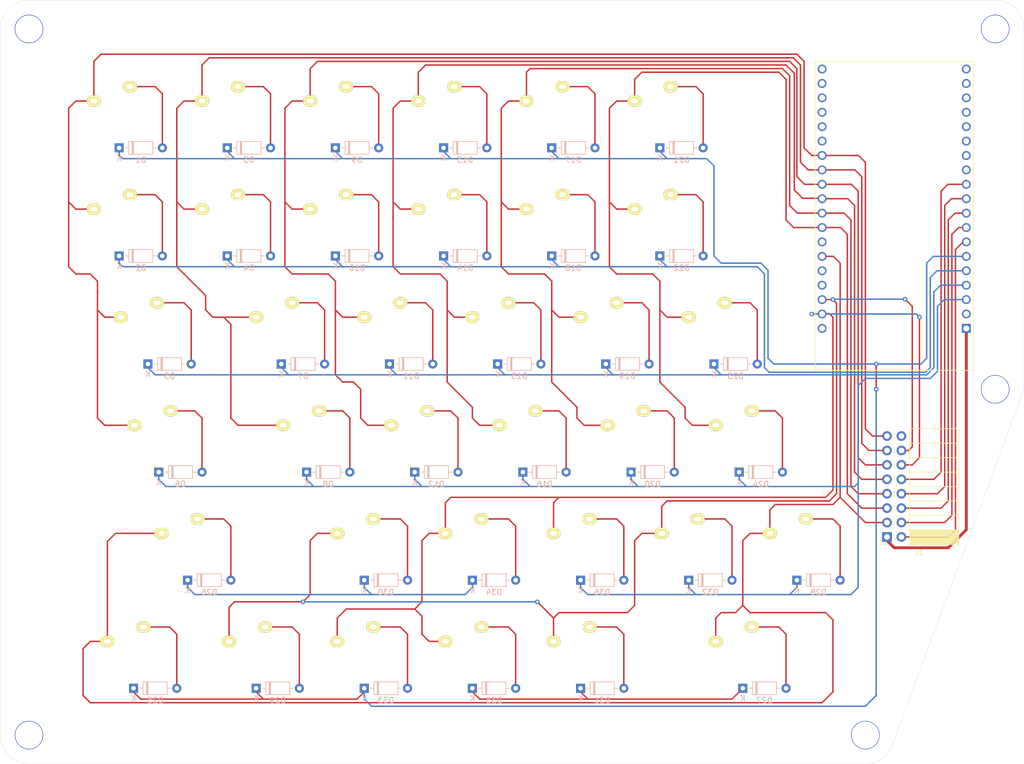
<source format=kicad_pcb>
(kicad_pcb (version 20171130) (host pcbnew "(5.1.7)-1")
  (layers (0 F.Cu signal) (31 B.Cu signal) (34 B.Paste user) (35 F.Paste user) (36 B.SilkS user) (37 F.SilkS user) (38 B.Mask user) (39 F.Mask user) (44 Edge.Cuts user))
  (net 0 "")
  (net 1 ROW_0)
  (net 2 "Net-(D1-Pad2)")
  (net 3 ROW_1)
  (net 4 "Net-(D2-Pad2)")
  (net 5 "Net-(D3-Pad2)")
  (net 6 "Net-(D4-Pad2)")
  (net 7 VCC)
  (net 8 +5V)
  (net 9 COL_0)
  (net 10 COL_1)
  (net 11 "Net-(U1-Pad24)")
  (net 12 "Net-(U1-Pad18)")
  (net 13 "Net-(U1-Pad17)")
  (net 14 "Net-(U1-Pad16)")
  (net 15 "Net-(U1-Pad15)")
  (net 16 "Net-(U1-Pad13)")
  (net 17 "Net-(U1-Pad12)")
  (net 18 "Net-(D5-Pad2)")
  (net 19 ROW_2)
  (net 20 ROW_3)
  (net 21 "Net-(D6-Pad2)")
  (net 22 "Net-(D7-Pad2)")
  (net 23 "Net-(D8-Pad2)")
  (net 24 "Net-(D9-Pad2)")
  (net 25 "Net-(D10-Pad2)")
  (net 26 "Net-(D11-Pad2)")
  (net 27 "Net-(D12-Pad2)")
  (net 28 "Net-(D13-Pad2)")
  (net 29 "Net-(D14-Pad2)")
  (net 30 "Net-(D15-Pad2)")
  (net 31 "Net-(D16-Pad2)")
  (net 32 "Net-(D17-Pad2)")
  (net 33 "Net-(D18-Pad2)")
  (net 34 "Net-(D19-Pad2)")
  (net 35 "Net-(D20-Pad2)")
  (net 36 "Net-(D21-Pad2)")
  (net 37 "Net-(D22-Pad2)")
  (net 38 "Net-(D23-Pad2)")
  (net 39 "Net-(D24-Pad2)")
  (net 40 "Net-(D25-Pad2)")
  (net 41 "Net-(D26-Pad2)")
  (net 42 "Net-(D27-Pad2)")
  (net 43 "Net-(D28-Pad2)")
  (net 44 "Net-(D29-Pad2)")
  (net 45 "Net-(D30-Pad2)")
  (net 46 "Net-(D31-Pad2)")
  (net 47 "Net-(D32-Pad2)")
  (net 48 "Net-(D33-Pad2)")
  (net 49 "Net-(D34-Pad2)")
  (net 50 "Net-(D35-Pad2)")
  (net 51 "Net-(D36-Pad2)")
  (net 52 COL_2)
  (net 53 COL_3)
  (net 54 COL_4)
  (net 55 COL_5)
  (net 56 COL_6)
  (net 57 COL_7)
  (net 58 COL_8)
  (net 59 "Net-(U1-Pad2)")
  (net 60 "Net-(U1-Pad19)")
  (net 61 ROW_4)
  (net 62 ROW_5)
  (net 63 ROW_6)
  (net 64 ROW_7)
  (net 65 ROW_8)
  (net 66 "Net-(U1-Pad23)")
  (net 67 "Net-(U1-Pad33)")
  (net 68 "Net-(U1-Pad34)")
  (net 69 "Net-(U1-Pad35)")
  (net 70 "Net-(U1-Pad36)")
  (net 71 "Net-(U1-Pad37)")
  (net 72 "Net-(U1-Pad38)")
  (net 73 GND)
  (module MODULE_ESP32-DEVKITC-32D (layer F.Cu) (at 175.26 55.88 180)
    (fp_text reference U1 (at -10.829175 -28.446045) (layer F.SilkS) (effects (font (size 1.000386 1.000386) (thickness 0.015))))
    (fp_text value ESP32-DEVKITC-32D)
    (pad 1 thru_hole rect (at -12.7 -19.76 180) (size 1.56 1.56) (drill 1.04) (layers *.Cu *.Mask) (net 7 VCC))
    (pad 2 thru_hole circle (at -12.7 -17.22 180) (size 1.56 1.56) (drill 1.04) (layers *.Cu *.Mask) (net 59 "Net-(U1-Pad2)"))
    (pad 19 thru_hole circle (at -12.7 25.96 180) (size 1.56 1.56) (drill 1.04) (layers *.Cu *.Mask) (net 60 "Net-(U1-Pad19)"))
    (pad 3 thru_hole circle (at -12.7 -14.68 180) (size 1.56 1.56) (drill 1.04) (layers *.Cu *.Mask) (net 20 ROW_3))
    (pad 4 thru_hole circle (at -12.7 -12.14 180) (size 1.56 1.56) (drill 1.04) (layers *.Cu *.Mask) (net 19 ROW_2))
    (pad 5 thru_hole circle (at -12.7 -9.6 180) (size 1.56 1.56) (drill 1.04) (layers *.Cu *.Mask) (net 3 ROW_1))
    (pad 6 thru_hole circle (at -12.7 -7.06 180) (size 1.56 1.56) (drill 1.04) (layers *.Cu *.Mask) (net 1 ROW_0))
    (pad 7 thru_hole circle (at -12.7 -4.52 180) (size 1.56 1.56) (drill 1.04) (layers *.Cu *.Mask) (net 61 ROW_4))
    (pad 8 thru_hole circle (at -12.7 -1.98 180) (size 1.56 1.56) (drill 1.04) (layers *.Cu *.Mask) (net 62 ROW_5))
    (pad 9 thru_hole circle (at -12.7 0.56 180) (size 1.56 1.56) (drill 1.04) (layers *.Cu *.Mask) (net 63 ROW_6))
    (pad 10 thru_hole circle (at -12.7 3.1 180) (size 1.56 1.56) (drill 1.04) (layers *.Cu *.Mask) (net 64 ROW_7))
    (pad 11 thru_hole circle (at -12.7 5.64 180) (size 1.56 1.56) (drill 1.04) (layers *.Cu *.Mask) (net 65 ROW_8))
    (pad 12 thru_hole circle (at -12.7 8.18 180) (size 1.56 1.56) (drill 1.04) (layers *.Cu *.Mask) (net 17 "Net-(U1-Pad12)"))
    (pad 13 thru_hole circle (at -12.7 10.72 180) (size 1.56 1.56) (drill 1.04) (layers *.Cu *.Mask) (net 16 "Net-(U1-Pad13)"))
    (pad 14 thru_hole circle (at -12.7 13.26 180) (size 1.56 1.56) (drill 1.04) (layers *.Cu *.Mask) (net 8 +5V))
    (pad 15 thru_hole circle (at -12.7 15.8 180) (size 1.56 1.56) (drill 1.04) (layers *.Cu *.Mask) (net 15 "Net-(U1-Pad15)"))
    (pad 16 thru_hole circle (at -12.7 18.34 180) (size 1.56 1.56) (drill 1.04) (layers *.Cu *.Mask) (net 14 "Net-(U1-Pad16)"))
    (pad 17 thru_hole circle (at -12.7 20.88 180) (size 1.56 1.56) (drill 1.04) (layers *.Cu *.Mask) (net 13 "Net-(U1-Pad17)"))
    (pad 18 thru_hole circle (at -12.7 23.42 180) (size 1.56 1.56) (drill 1.04) (layers *.Cu *.Mask) (net 12 "Net-(U1-Pad18)"))
    (pad 20 thru_hole circle (at 12.7 -19.76 180) (size 1.56 1.56) (drill 1.04) (layers *.Cu *.Mask) (net 8 +5V))
    (pad 21 thru_hole circle (at 12.7 -17.22 180) (size 1.56 1.56) (drill 1.04) (layers *.Cu *.Mask) (net 58 COL_8))
    (pad 22 thru_hole circle (at 12.7 -14.68 180) (size 1.56 1.56) (drill 1.04) (layers *.Cu *.Mask) (net 57 COL_7))
    (pad 23 thru_hole circle (at 12.7 -12.14 180) (size 1.56 1.56) (drill 1.04) (layers *.Cu *.Mask) (net 66 "Net-(U1-Pad23)"))
    (pad 24 thru_hole circle (at 12.7 -9.6 180) (size 1.56 1.56) (drill 1.04) (layers *.Cu *.Mask) (net 11 "Net-(U1-Pad24)"))
    (pad 25 thru_hole circle (at 12.7 -7.06 180) (size 1.56 1.56) (drill 1.04) (layers *.Cu *.Mask) (net 56 COL_6))
    (pad 26 thru_hole circle (at 12.7 -4.52 180) (size 1.56 1.56) (drill 1.04) (layers *.Cu *.Mask) (net 8 +5V))
    (pad 27 thru_hole circle (at 12.7 -1.98 180) (size 1.56 1.56) (drill 1.04) (layers *.Cu *.Mask) (net 55 COL_5))
    (pad 28 thru_hole circle (at 12.7 0.56 180) (size 1.56 1.56) (drill 1.04) (layers *.Cu *.Mask) (net 54 COL_4))
    (pad 29 thru_hole circle (at 12.7 3.1 180) (size 1.56 1.56) (drill 1.04) (layers *.Cu *.Mask) (net 53 COL_3))
    (pad 30 thru_hole circle (at 12.7 5.64 180) (size 1.56 1.56) (drill 1.04) (layers *.Cu *.Mask) (net 52 COL_2))
    (pad 31 thru_hole circle (at 12.7 8.18 180) (size 1.56 1.56) (drill 1.04) (layers *.Cu *.Mask) (net 10 COL_1))
    (pad 32 thru_hole circle (at 12.7 10.72 180) (size 1.56 1.56) (drill 1.04) (layers *.Cu *.Mask) (net 9 COL_0))
    (pad 33 thru_hole circle (at 12.7 13.26 180) (size 1.56 1.56) (drill 1.04) (layers *.Cu *.Mask) (net 67 "Net-(U1-Pad33)"))
    (pad 34 thru_hole circle (at 12.7 15.8 180) (size 1.56 1.56) (drill 1.04) (layers *.Cu *.Mask) (net 68 "Net-(U1-Pad34)"))
    (pad 35 thru_hole circle (at 12.7 18.34 180) (size 1.56 1.56) (drill 1.04) (layers *.Cu *.Mask) (net 69 "Net-(U1-Pad35)"))
    (pad 36 thru_hole circle (at 12.7 20.88 180) (size 1.56 1.56) (drill 1.04) (layers *.Cu *.Mask) (net 70 "Net-(U1-Pad36)"))
    (pad 37 thru_hole circle (at 12.7 23.42 180) (size 1.56 1.56) (drill 1.04) (layers *.Cu *.Mask) (net 71 "Net-(U1-Pad37)"))
    (pad 38 thru_hole circle (at 12.7 25.96 180) (size 1.56 1.56) (drill 1.04) (layers *.Cu *.Mask) (net 72 "Net-(U1-Pad38)"))
  )
  (module Connector_PinSocket_2.54mm:PinSocket_2x08_P2.54mm_Horizontal (layer F.Cu) (at 173.99 112.395 180)
    (fp_text reference J1 (at -5.65 -2.77) (layer F.SilkS))
    (fp_text value Conn_02x08_Odd_Even)
    (pad 16 thru_hole oval (at -2.54 17.78 180) (size 1.7 1.7) (drill 1) (layers *.Cu *.Mask) (net 73 GND))
    (pad 15 thru_hole oval (at 0 17.78 180) (size 1.7 1.7) (drill 1) (layers *.Cu *.Mask) (net 9 COL_0))
    (pad 14 thru_hole oval (at -2.54 15.24 180) (size 1.7 1.7) (drill 1) (layers *.Cu *.Mask) (net 57 COL_7))
    (pad 13 thru_hole oval (at 0 15.24 180) (size 1.7 1.7) (drill 1) (layers *.Cu *.Mask) (net 10 COL_1))
    (pad 12 thru_hole oval (at -2.54 12.7 180) (size 1.7 1.7) (drill 1) (layers *.Cu *.Mask) (net 58 COL_8))
    (pad 11 thru_hole oval (at 0 12.7 180) (size 1.7 1.7) (drill 1) (layers *.Cu *.Mask) (net 52 COL_2))
    (pad 10 thru_hole oval (at -2.54 10.16 180) (size 1.7 1.7) (drill 1) (layers *.Cu *.Mask) (net 65 ROW_8))
    (pad 9 thru_hole oval (at 0 10.16 180) (size 1.7 1.7) (drill 1) (layers *.Cu *.Mask) (net 53 COL_3))
    (pad 8 thru_hole oval (at -2.54 7.62 180) (size 1.7 1.7) (drill 1) (layers *.Cu *.Mask) (net 64 ROW_7))
    (pad 7 thru_hole oval (at 0 7.62 180) (size 1.7 1.7) (drill 1) (layers *.Cu *.Mask) (net 54 COL_4))
    (pad 6 thru_hole oval (at -2.54 5.08 180) (size 1.7 1.7) (drill 1) (layers *.Cu *.Mask) (net 63 ROW_6))
    (pad 5 thru_hole oval (at 0 5.08 180) (size 1.7 1.7) (drill 1) (layers *.Cu *.Mask) (net 55 COL_5))
    (pad 4 thru_hole oval (at -2.54 2.54 180) (size 1.7 1.7) (drill 1) (layers *.Cu *.Mask) (net 62 ROW_5))
    (pad 3 thru_hole oval (at 0 2.54 180) (size 1.7 1.7) (drill 1) (layers *.Cu *.Mask) (net 56 COL_6))
    (pad 2 thru_hole oval (at -2.54 0 180) (size 1.7 1.7) (drill 1) (layers *.Cu *.Mask) (net 61 ROW_4))
    (pad 1 thru_hole rect (at 0 0 180) (size 1.7 1.7) (drill 1) (layers *.Cu *.Mask) (net 7 VCC))
  )
  (module kbd:CherryMX_1u (layer F.Cu) (at 100.0125 133.35)
    (fp_text reference SW35 hide)
    (fp_text value SW_PUSH hide)
    (pad "" np_thru_hole circle (at 0 0 90) (size 4 4) (drill 4) (layers *.Cu *.Mask))
    (pad "" np_thru_hole circle (at -5.08 0 90) (size 1.9 1.9) (drill 1.9) (layers *.Cu *.Mask))
    (pad "" np_thru_hole circle (at 5.08 0 90) (size 1.9 1.9) (drill 1.9) (layers *.Cu *.Mask))
    (pad 2 thru_hole oval (at 2.54 -5.08) (size 2.5 2) (drill oval 1.2 0.8) (layers *.Cu F.SilkS B.Mask) (net 50 "Net-(D35-Pad2)"))
    (pad 1 thru_hole oval (at -3.81 -2.54) (size 2.5 2) (drill oval 1.2 0.8) (layers *.Cu F.SilkS B.Mask) (net 58 COL_8))
  )
  (module kbd:CherryMX_1u (layer F.Cu) (at 76.2 38.1)
    (fp_text reference SW9 hide)
    (fp_text value SW_PUSH hide)
    (pad 1 thru_hole oval (at -3.81 -2.54) (size 2.5 2) (drill oval 1.2 0.8) (layers *.Cu F.SilkS B.Mask) (net 52 COL_2))
    (pad 2 thru_hole oval (at 2.54 -5.08) (size 2.5 2) (drill oval 1.2 0.8) (layers *.Cu F.SilkS B.Mask) (net 24 "Net-(D9-Pad2)"))
    (pad "" np_thru_hole circle (at 5.08 0 90) (size 1.9 1.9) (drill 1.9) (layers *.Cu *.Mask))
    (pad "" np_thru_hole circle (at -5.08 0 90) (size 1.9 1.9) (drill 1.9) (layers *.Cu *.Mask))
    (pad "" np_thru_hole circle (at 0 0 90) (size 4 4) (drill 4) (layers *.Cu *.Mask))
  )
  (module kbd:HOLE (layer F.Cu) (at 193.04 86.36)
    (fp_text reference Ref**)
    (fp_text value Val**)
    (pad "" np_thru_hole circle (at 0 0) (size 5 5) (drill 4.8) (layers *.Cu *.Mask))
  )
  (module kbd:HOLE (layer F.Cu) (at 193.04 22.86)
    (fp_text reference Ref**)
    (fp_text value Val**)
    (pad "" np_thru_hole circle (at 0 0) (size 5 5) (drill 4.8) (layers *.Cu *.Mask))
  )
  (module kbd:HOLE (layer F.Cu) (at 170.18 147.32)
    (fp_text reference Ref**)
    (fp_text value Val**)
    (pad "" np_thru_hole circle (at 0 0) (size 5 5) (drill 4.8) (layers *.Cu *.Mask))
  )
  (module kbd:HOLE (layer F.Cu) (at 22.86 147.32)
    (fp_text reference Ref**)
    (fp_text value Val**)
    (pad "" np_thru_hole circle (at 0 0) (size 5 5) (drill 4.8) (layers *.Cu *.Mask))
  )
  (module kbd:HOLE (layer F.Cu) (at 22.86 22.86)
    (fp_text reference Ref**)
    (fp_text value Val**)
    (pad "" np_thru_hole circle (at 0 0) (size 5 5) (drill 4.8) (layers *.Cu *.Mask))
  )
  (module Diode_THT:D_DO-35_SOD27_P7.62mm_Horizontal (layer B.Cu) (at 38.735 43.815)
    (fp_text reference D1 (at 3.81 2.12) (layer B.SilkS) (effects (justify mirror)))
    (fp_text value 1N4148)
    (fp_text user K (at 0 1.8) (layer B.SilkS) (effects (justify mirror)))
    (pad 1 thru_hole rect (at 0 0) (size 1.6 1.6) (drill 0.8) (layers *.Cu *.Mask) (net 1 ROW_0))
    (pad 2 thru_hole oval (at 7.62 0) (size 1.6 1.6) (drill 0.8) (layers *.Cu *.Mask) (net 2 "Net-(D1-Pad2)"))
  )
  (module Diode_THT:D_DO-35_SOD27_P7.62mm_Horizontal (layer B.Cu) (at 38.735 62.865)
    (fp_text reference D2 (at 3.81 2.12) (layer B.SilkS) (effects (justify mirror)))
    (fp_text value 1N4148)
    (fp_text user K (at 0 1.8) (layer B.SilkS) (effects (justify mirror)))
    (pad 1 thru_hole rect (at 0 0) (size 1.6 1.6) (drill 0.8) (layers *.Cu *.Mask) (net 3 ROW_1))
    (pad 2 thru_hole oval (at 7.62 0) (size 1.6 1.6) (drill 0.8) (layers *.Cu *.Mask) (net 4 "Net-(D2-Pad2)"))
  )
  (module Diode_THT:D_DO-35_SOD27_P7.62mm_Horizontal (layer B.Cu) (at 57.785 43.815)
    (fp_text reference D3 (at 3.81 2.12) (layer B.SilkS) (effects (justify mirror)))
    (fp_text value 1N4148)
    (fp_text user K (at 0 1.8) (layer B.SilkS) (effects (justify mirror)))
    (pad 2 thru_hole oval (at 7.62 0) (size 1.6 1.6) (drill 0.8) (layers *.Cu *.Mask) (net 5 "Net-(D3-Pad2)"))
    (pad 1 thru_hole rect (at 0 0) (size 1.6 1.6) (drill 0.8) (layers *.Cu *.Mask) (net 1 ROW_0))
  )
  (module Diode_THT:D_DO-35_SOD27_P7.62mm_Horizontal (layer B.Cu) (at 57.785 62.865)
    (fp_text reference D4 (at 3.81 2.12) (layer B.SilkS) (effects (justify mirror)))
    (fp_text value 1N4148)
    (fp_text user K (at 0 1.8) (layer B.SilkS) (effects (justify mirror)))
    (pad 2 thru_hole oval (at 7.62 0) (size 1.6 1.6) (drill 0.8) (layers *.Cu *.Mask) (net 6 "Net-(D4-Pad2)"))
    (pad 1 thru_hole rect (at 0 0) (size 1.6 1.6) (drill 0.8) (layers *.Cu *.Mask) (net 3 ROW_1))
  )
  (module Diode_THT:D_DO-35_SOD27_P7.62mm_Horizontal (layer B.Cu) (at 43.815 81.915)
    (fp_text reference D5 (at 3.81 2.12) (layer B.SilkS) (effects (justify mirror)))
    (fp_text value 1N4148)
    (fp_text user K (at 0 1.8) (layer B.SilkS) (effects (justify mirror)))
    (pad 2 thru_hole oval (at 7.62 0) (size 1.6 1.6) (drill 0.8) (layers *.Cu *.Mask) (net 18 "Net-(D5-Pad2)"))
    (pad 1 thru_hole rect (at 0 0) (size 1.6 1.6) (drill 0.8) (layers *.Cu *.Mask) (net 19 ROW_2))
  )
  (module Diode_THT:D_DO-35_SOD27_P7.62mm_Horizontal (layer B.Cu) (at 45.72 100.965)
    (fp_text reference D6 (at 3.81 2.12) (layer B.SilkS) (effects (justify mirror)))
    (fp_text value 1N4148)
    (fp_text user K (at 0 1.8) (layer B.SilkS) (effects (justify mirror)))
    (pad 1 thru_hole rect (at 0 0) (size 1.6 1.6) (drill 0.8) (layers *.Cu *.Mask) (net 20 ROW_3))
    (pad 2 thru_hole oval (at 7.62 0) (size 1.6 1.6) (drill 0.8) (layers *.Cu *.Mask) (net 21 "Net-(D6-Pad2)"))
  )
  (module Diode_THT:D_DO-35_SOD27_P7.62mm_Horizontal (layer B.Cu) (at 67.31 81.915)
    (fp_text reference D7 (at 3.81 2.12) (layer B.SilkS) (effects (justify mirror)))
    (fp_text value 1N4148)
    (fp_text user K (at 0 1.8) (layer B.SilkS) (effects (justify mirror)))
    (pad 1 thru_hole rect (at 0 0) (size 1.6 1.6) (drill 0.8) (layers *.Cu *.Mask) (net 19 ROW_2))
    (pad 2 thru_hole oval (at 7.62 0) (size 1.6 1.6) (drill 0.8) (layers *.Cu *.Mask) (net 22 "Net-(D7-Pad2)"))
  )
  (module Diode_THT:D_DO-35_SOD27_P7.62mm_Horizontal (layer B.Cu) (at 71.755 100.965)
    (fp_text reference D8 (at 3.81 2.12) (layer B.SilkS) (effects (justify mirror)))
    (fp_text value 1N4148)
    (fp_text user K (at 0 1.8) (layer B.SilkS) (effects (justify mirror)))
    (pad 2 thru_hole oval (at 7.62 0) (size 1.6 1.6) (drill 0.8) (layers *.Cu *.Mask) (net 23 "Net-(D8-Pad2)"))
    (pad 1 thru_hole rect (at 0 0) (size 1.6 1.6) (drill 0.8) (layers *.Cu *.Mask) (net 20 ROW_3))
  )
  (module Diode_THT:D_DO-35_SOD27_P7.62mm_Horizontal (layer B.Cu) (at 76.835 43.815)
    (fp_text reference D9 (at 3.81 2.12) (layer B.SilkS) (effects (justify mirror)))
    (fp_text value 1N4148)
    (fp_text user K (at 0 1.8) (layer B.SilkS) (effects (justify mirror)))
    (pad 2 thru_hole oval (at 7.62 0) (size 1.6 1.6) (drill 0.8) (layers *.Cu *.Mask) (net 24 "Net-(D9-Pad2)"))
    (pad 1 thru_hole rect (at 0 0) (size 1.6 1.6) (drill 0.8) (layers *.Cu *.Mask) (net 1 ROW_0))
  )
  (module Diode_THT:D_DO-35_SOD27_P7.62mm_Horizontal (layer B.Cu) (at 76.835 62.865)
    (fp_text reference D10 (at 3.81 2.12) (layer B.SilkS) (effects (justify mirror)))
    (fp_text value 1N4148)
    (fp_text user K (at 0 1.8) (layer B.SilkS) (effects (justify mirror)))
    (pad 1 thru_hole rect (at 0 0) (size 1.6 1.6) (drill 0.8) (layers *.Cu *.Mask) (net 3 ROW_1))
    (pad 2 thru_hole oval (at 7.62 0) (size 1.6 1.6) (drill 0.8) (layers *.Cu *.Mask) (net 25 "Net-(D10-Pad2)"))
  )
  (module Diode_THT:D_DO-35_SOD27_P7.62mm_Horizontal (layer B.Cu) (at 86.36 81.915)
    (fp_text reference D11 (at 3.81 2.12) (layer B.SilkS) (effects (justify mirror)))
    (fp_text value 1N4148)
    (fp_text user K (at 0 1.8) (layer B.SilkS) (effects (justify mirror)))
    (pad 2 thru_hole oval (at 7.62 0) (size 1.6 1.6) (drill 0.8) (layers *.Cu *.Mask) (net 26 "Net-(D11-Pad2)"))
    (pad 1 thru_hole rect (at 0 0) (size 1.6 1.6) (drill 0.8) (layers *.Cu *.Mask) (net 19 ROW_2))
  )
  (module Diode_THT:D_DO-35_SOD27_P7.62mm_Horizontal (layer B.Cu) (at 90.805 100.965)
    (fp_text reference D12 (at 3.81 2.12) (layer B.SilkS) (effects (justify mirror)))
    (fp_text value 1N4148)
    (fp_text user K (at 0 1.8) (layer B.SilkS) (effects (justify mirror)))
    (pad 1 thru_hole rect (at 0 0) (size 1.6 1.6) (drill 0.8) (layers *.Cu *.Mask) (net 20 ROW_3))
    (pad 2 thru_hole oval (at 7.62 0) (size 1.6 1.6) (drill 0.8) (layers *.Cu *.Mask) (net 27 "Net-(D12-Pad2)"))
  )
  (module Diode_THT:D_DO-35_SOD27_P7.62mm_Horizontal (layer B.Cu) (at 95.885 43.815)
    (fp_text reference D13 (at 3.81 2.12) (layer B.SilkS) (effects (justify mirror)))
    (fp_text value 1N4148)
    (fp_text user K (at 0 1.8) (layer B.SilkS) (effects (justify mirror)))
    (pad 1 thru_hole rect (at 0 0) (size 1.6 1.6) (drill 0.8) (layers *.Cu *.Mask) (net 1 ROW_0))
    (pad 2 thru_hole oval (at 7.62 0) (size 1.6 1.6) (drill 0.8) (layers *.Cu *.Mask) (net 28 "Net-(D13-Pad2)"))
  )
  (module Diode_THT:D_DO-35_SOD27_P7.62mm_Horizontal (layer B.Cu) (at 95.885 62.865)
    (fp_text reference D14 (at 3.81 2.12) (layer B.SilkS) (effects (justify mirror)))
    (fp_text value 1N4148)
    (fp_text user K (at 0 1.8) (layer B.SilkS) (effects (justify mirror)))
    (pad 2 thru_hole oval (at 7.62 0) (size 1.6 1.6) (drill 0.8) (layers *.Cu *.Mask) (net 29 "Net-(D14-Pad2)"))
    (pad 1 thru_hole rect (at 0 0) (size 1.6 1.6) (drill 0.8) (layers *.Cu *.Mask) (net 3 ROW_1))
  )
  (module Diode_THT:D_DO-35_SOD27_P7.62mm_Horizontal (layer B.Cu) (at 105.41 81.915)
    (fp_text reference D15 (at 3.81 2.12) (layer B.SilkS) (effects (justify mirror)))
    (fp_text value 1N4148)
    (fp_text user K (at 0 1.8) (layer B.SilkS) (effects (justify mirror)))
    (pad 1 thru_hole rect (at 0 0) (size 1.6 1.6) (drill 0.8) (layers *.Cu *.Mask) (net 19 ROW_2))
    (pad 2 thru_hole oval (at 7.62 0) (size 1.6 1.6) (drill 0.8) (layers *.Cu *.Mask) (net 30 "Net-(D15-Pad2)"))
  )
  (module Diode_THT:D_DO-35_SOD27_P7.62mm_Horizontal (layer B.Cu) (at 109.855 100.965)
    (fp_text reference D16 (at 3.81 2.12) (layer B.SilkS) (effects (justify mirror)))
    (fp_text value 1N4148)
    (fp_text user K (at 0 1.8) (layer B.SilkS) (effects (justify mirror)))
    (pad 1 thru_hole rect (at 0 0) (size 1.6 1.6) (drill 0.8) (layers *.Cu *.Mask) (net 20 ROW_3))
    (pad 2 thru_hole oval (at 7.62 0) (size 1.6 1.6) (drill 0.8) (layers *.Cu *.Mask) (net 31 "Net-(D16-Pad2)"))
  )
  (module Diode_THT:D_DO-35_SOD27_P7.62mm_Horizontal (layer B.Cu) (at 114.935 43.815)
    (fp_text reference D17 (at 3.81 2.12) (layer B.SilkS) (effects (justify mirror)))
    (fp_text value 1N4148)
    (fp_text user K (at 0 1.8) (layer B.SilkS) (effects (justify mirror)))
    (pad 2 thru_hole oval (at 7.62 0) (size 1.6 1.6) (drill 0.8) (layers *.Cu *.Mask) (net 32 "Net-(D17-Pad2)"))
    (pad 1 thru_hole rect (at 0 0) (size 1.6 1.6) (drill 0.8) (layers *.Cu *.Mask) (net 1 ROW_0))
  )
  (module Diode_THT:D_DO-35_SOD27_P7.62mm_Horizontal (layer B.Cu) (at 114.935 62.865)
    (fp_text reference D18 (at 3.81 2.12) (layer B.SilkS) (effects (justify mirror)))
    (fp_text value 1N4148)
    (fp_text user K (at 0 1.8) (layer B.SilkS) (effects (justify mirror)))
    (pad 1 thru_hole rect (at 0 0) (size 1.6 1.6) (drill 0.8) (layers *.Cu *.Mask) (net 3 ROW_1))
    (pad 2 thru_hole oval (at 7.62 0) (size 1.6 1.6) (drill 0.8) (layers *.Cu *.Mask) (net 33 "Net-(D18-Pad2)"))
  )
  (module Diode_THT:D_DO-35_SOD27_P7.62mm_Horizontal (layer B.Cu) (at 124.46 81.915)
    (fp_text reference D19 (at 3.81 2.12) (layer B.SilkS) (effects (justify mirror)))
    (fp_text value 1N4148)
    (fp_text user K (at 0 1.8) (layer B.SilkS) (effects (justify mirror)))
    (pad 2 thru_hole oval (at 7.62 0) (size 1.6 1.6) (drill 0.8) (layers *.Cu *.Mask) (net 34 "Net-(D19-Pad2)"))
    (pad 1 thru_hole rect (at 0 0) (size 1.6 1.6) (drill 0.8) (layers *.Cu *.Mask) (net 19 ROW_2))
  )
  (module Diode_THT:D_DO-35_SOD27_P7.62mm_Horizontal (layer B.Cu) (at 128.905 100.965)
    (fp_text reference D20 (at 3.81 2.12) (layer B.SilkS) (effects (justify mirror)))
    (fp_text value 1N4148)
    (fp_text user K (at 0 1.8) (layer B.SilkS) (effects (justify mirror)))
    (pad 1 thru_hole rect (at 0 0) (size 1.6 1.6) (drill 0.8) (layers *.Cu *.Mask) (net 20 ROW_3))
    (pad 2 thru_hole oval (at 7.62 0) (size 1.6 1.6) (drill 0.8) (layers *.Cu *.Mask) (net 35 "Net-(D20-Pad2)"))
  )
  (module Diode_THT:D_DO-35_SOD27_P7.62mm_Horizontal (layer B.Cu) (at 133.985 43.815)
    (fp_text reference D21 (at 3.81 2.12) (layer B.SilkS) (effects (justify mirror)))
    (fp_text value 1N4148)
    (fp_text user K (at 0 1.8) (layer B.SilkS) (effects (justify mirror)))
    (pad 1 thru_hole rect (at 0 0) (size 1.6 1.6) (drill 0.8) (layers *.Cu *.Mask) (net 1 ROW_0))
    (pad 2 thru_hole oval (at 7.62 0) (size 1.6 1.6) (drill 0.8) (layers *.Cu *.Mask) (net 36 "Net-(D21-Pad2)"))
  )
  (module Diode_THT:D_DO-35_SOD27_P7.62mm_Horizontal (layer B.Cu) (at 133.985 62.865)
    (fp_text reference D22 (at 3.81 2.12) (layer B.SilkS) (effects (justify mirror)))
    (fp_text value 1N4148)
    (fp_text user K (at 0 1.8) (layer B.SilkS) (effects (justify mirror)))
    (pad 1 thru_hole rect (at 0 0) (size 1.6 1.6) (drill 0.8) (layers *.Cu *.Mask) (net 3 ROW_1))
    (pad 2 thru_hole oval (at 7.62 0) (size 1.6 1.6) (drill 0.8) (layers *.Cu *.Mask) (net 37 "Net-(D22-Pad2)"))
  )
  (module Diode_THT:D_DO-35_SOD27_P7.62mm_Horizontal (layer B.Cu) (at 143.51 81.915)
    (fp_text reference D23 (at 3.81 2.12) (layer B.SilkS) (effects (justify mirror)))
    (fp_text value 1N4148)
    (fp_text user K (at 0 1.8) (layer B.SilkS) (effects (justify mirror)))
    (pad 1 thru_hole rect (at 0 0) (size 1.6 1.6) (drill 0.8) (layers *.Cu *.Mask) (net 19 ROW_2))
    (pad 2 thru_hole oval (at 7.62 0) (size 1.6 1.6) (drill 0.8) (layers *.Cu *.Mask) (net 38 "Net-(D23-Pad2)"))
  )
  (module Diode_THT:D_DO-35_SOD27_P7.62mm_Horizontal (layer B.Cu) (at 147.955 100.965)
    (fp_text reference D24 (at 3.81 2.12) (layer B.SilkS) (effects (justify mirror)))
    (fp_text value 1N4148)
    (fp_text user K (at 0 1.8) (layer B.SilkS) (effects (justify mirror)))
    (pad 2 thru_hole oval (at 7.62 0) (size 1.6 1.6) (drill 0.8) (layers *.Cu *.Mask) (net 39 "Net-(D24-Pad2)"))
    (pad 1 thru_hole rect (at 0 0) (size 1.6 1.6) (drill 0.8) (layers *.Cu *.Mask) (net 20 ROW_3))
  )
  (module Diode_THT:D_DO-35_SOD27_P7.62mm_Horizontal (layer B.Cu) (at 41.275 139.065)
    (fp_text reference D25 (at 3.81 2.12) (layer B.SilkS) (effects (justify mirror)))
    (fp_text value 1N4148)
    (fp_text user K (at 0 1.8) (layer B.SilkS) (effects (justify mirror)))
    (pad 2 thru_hole oval (at 7.62 0) (size 1.6 1.6) (drill 0.8) (layers *.Cu *.Mask) (net 40 "Net-(D25-Pad2)"))
    (pad 1 thru_hole rect (at 0 0) (size 1.6 1.6) (drill 0.8) (layers *.Cu *.Mask) (net 1 ROW_0))
  )
  (module Diode_THT:D_DO-35_SOD27_P7.62mm_Horizontal (layer B.Cu) (at 50.8 120.015)
    (fp_text reference D26 (at 3.81 2.12) (layer B.SilkS) (effects (justify mirror)))
    (fp_text value 1N4148)
    (fp_text user K (at 0 1.8) (layer B.SilkS) (effects (justify mirror)))
    (pad 1 thru_hole rect (at 0 0) (size 1.6 1.6) (drill 0.8) (layers *.Cu *.Mask) (net 3 ROW_1))
    (pad 2 thru_hole oval (at 7.62 0) (size 1.6 1.6) (drill 0.8) (layers *.Cu *.Mask) (net 41 "Net-(D26-Pad2)"))
  )
  (module Diode_THT:D_DO-35_SOD27_P7.62mm_Horizontal (layer B.Cu) (at 148.59 139.065)
    (fp_text reference D27 (at 3.81 2.12) (layer B.SilkS) (effects (justify mirror)))
    (fp_text value 1N4148)
    (fp_text user K (at 0 1.8) (layer B.SilkS) (effects (justify mirror)))
    (pad 2 thru_hole oval (at 7.62 0) (size 1.6 1.6) (drill 0.8) (layers *.Cu *.Mask) (net 42 "Net-(D27-Pad2)"))
    (pad 1 thru_hole rect (at 0 0) (size 1.6 1.6) (drill 0.8) (layers *.Cu *.Mask) (net 19 ROW_2))
  )
  (module Diode_THT:D_DO-35_SOD27_P7.62mm_Horizontal (layer B.Cu) (at 158.115 120.015)
    (fp_text reference D28 (at 3.81 2.12) (layer B.SilkS) (effects (justify mirror)))
    (fp_text value 1N4148)
    (fp_text user K (at 0 1.8) (layer B.SilkS) (effects (justify mirror)))
    (pad 2 thru_hole oval (at 7.62 0) (size 1.6 1.6) (drill 0.8) (layers *.Cu *.Mask) (net 43 "Net-(D28-Pad2)"))
    (pad 1 thru_hole rect (at 0 0) (size 1.6 1.6) (drill 0.8) (layers *.Cu *.Mask) (net 20 ROW_3))
  )
  (module Diode_THT:D_DO-35_SOD27_P7.62mm_Horizontal (layer B.Cu) (at 62.865 139.065)
    (fp_text reference D29 (at 3.81 2.12) (layer B.SilkS) (effects (justify mirror)))
    (fp_text value 1N4148)
    (fp_text user K (at 0 1.8) (layer B.SilkS) (effects (justify mirror)))
    (pad 2 thru_hole oval (at 7.62 0) (size 1.6 1.6) (drill 0.8) (layers *.Cu *.Mask) (net 44 "Net-(D29-Pad2)"))
    (pad 1 thru_hole rect (at 0 0) (size 1.6 1.6) (drill 0.8) (layers *.Cu *.Mask) (net 1 ROW_0))
  )
  (module Diode_THT:D_DO-35_SOD27_P7.62mm_Horizontal (layer B.Cu) (at 81.915 120.015)
    (fp_text reference D30 (at 3.81 2.12) (layer B.SilkS) (effects (justify mirror)))
    (fp_text value 1N4148)
    (fp_text user K (at 0 1.8) (layer B.SilkS) (effects (justify mirror)))
    (pad 1 thru_hole rect (at 0 0) (size 1.6 1.6) (drill 0.8) (layers *.Cu *.Mask) (net 3 ROW_1))
    (pad 2 thru_hole oval (at 7.62 0) (size 1.6 1.6) (drill 0.8) (layers *.Cu *.Mask) (net 45 "Net-(D30-Pad2)"))
  )
  (module Diode_THT:D_DO-35_SOD27_P7.62mm_Horizontal (layer B.Cu) (at 120.015 139.065)
    (fp_text reference D31 (at 3.81 2.12) (layer B.SilkS) (effects (justify mirror)))
    (fp_text value 1N4148)
    (fp_text user K (at 0 1.8) (layer B.SilkS) (effects (justify mirror)))
    (pad 2 thru_hole oval (at 7.62 0) (size 1.6 1.6) (drill 0.8) (layers *.Cu *.Mask) (net 46 "Net-(D31-Pad2)"))
    (pad 1 thru_hole rect (at 0 0) (size 1.6 1.6) (drill 0.8) (layers *.Cu *.Mask) (net 19 ROW_2))
  )
  (module Diode_THT:D_DO-35_SOD27_P7.62mm_Horizontal (layer B.Cu) (at 139.065 120.015)
    (fp_text reference D32 (at 3.81 2.12) (layer B.SilkS) (effects (justify mirror)))
    (fp_text value 1N4148)
    (fp_text user K (at 0 1.8) (layer B.SilkS) (effects (justify mirror)))
    (pad 2 thru_hole oval (at 7.62 0) (size 1.6 1.6) (drill 0.8) (layers *.Cu *.Mask) (net 47 "Net-(D32-Pad2)"))
    (pad 1 thru_hole rect (at 0 0) (size 1.6 1.6) (drill 0.8) (layers *.Cu *.Mask) (net 20 ROW_3))
  )
  (module Diode_THT:D_DO-35_SOD27_P7.62mm_Horizontal (layer B.Cu) (at 81.915 139.065)
    (fp_text reference D33 (at 3.81 2.12) (layer B.SilkS) (effects (justify mirror)))
    (fp_text value 1N4148)
    (fp_text user K (at 0 1.8) (layer B.SilkS) (effects (justify mirror)))
    (pad 1 thru_hole rect (at 0 0) (size 1.6 1.6) (drill 0.8) (layers *.Cu *.Mask) (net 1 ROW_0))
    (pad 2 thru_hole oval (at 7.62 0) (size 1.6 1.6) (drill 0.8) (layers *.Cu *.Mask) (net 48 "Net-(D33-Pad2)"))
  )
  (module Diode_THT:D_DO-35_SOD27_P7.62mm_Horizontal (layer B.Cu) (at 100.965 120.015)
    (fp_text reference D34 (at 3.81 2.12) (layer B.SilkS) (effects (justify mirror)))
    (fp_text value 1N4148)
    (fp_text user K (at 0 1.8) (layer B.SilkS) (effects (justify mirror)))
    (pad 2 thru_hole oval (at 7.62 0) (size 1.6 1.6) (drill 0.8) (layers *.Cu *.Mask) (net 49 "Net-(D34-Pad2)"))
    (pad 1 thru_hole rect (at 0 0) (size 1.6 1.6) (drill 0.8) (layers *.Cu *.Mask) (net 3 ROW_1))
  )
  (module Diode_THT:D_DO-35_SOD27_P7.62mm_Horizontal (layer B.Cu) (at 100.965 139.065)
    (fp_text reference D35 (at 3.81 2.12) (layer B.SilkS) (effects (justify mirror)))
    (fp_text value 1N4148)
    (fp_text user K (at 0 1.8) (layer B.SilkS) (effects (justify mirror)))
    (pad 1 thru_hole rect (at 0 0) (size 1.6 1.6) (drill 0.8) (layers *.Cu *.Mask) (net 19 ROW_2))
    (pad 2 thru_hole oval (at 7.62 0) (size 1.6 1.6) (drill 0.8) (layers *.Cu *.Mask) (net 50 "Net-(D35-Pad2)"))
  )
  (module Diode_THT:D_DO-35_SOD27_P7.62mm_Horizontal (layer B.Cu) (at 120.015 120.015)
    (fp_text reference D36 (at 3.81 2.12) (layer B.SilkS) (effects (justify mirror)))
    (fp_text value 1N4148)
    (fp_text user K (at 0 1.8) (layer B.SilkS) (effects (justify mirror)))
    (pad 2 thru_hole oval (at 7.62 0) (size 1.6 1.6) (drill 0.8) (layers *.Cu *.Mask) (net 51 "Net-(D36-Pad2)"))
    (pad 1 thru_hole rect (at 0 0) (size 1.6 1.6) (drill 0.8) (layers *.Cu *.Mask) (net 20 ROW_3))
  )
  (module kbd:CherryMX_1u (layer F.Cu) (at 38.1 38.1)
    (fp_text reference SW1 hide)
    (fp_text value SW_PUSH hide)
    (pad 1 thru_hole oval (at -3.81 -2.54) (size 2.5 2) (drill oval 1.2 0.8) (layers *.Cu F.SilkS B.Mask) (net 9 COL_0))
    (pad 2 thru_hole oval (at 2.54 -5.08) (size 2.5 2) (drill oval 1.2 0.8) (layers *.Cu F.SilkS B.Mask) (net 2 "Net-(D1-Pad2)"))
    (pad "" np_thru_hole circle (at 5.08 0 90) (size 1.9 1.9) (drill 1.9) (layers *.Cu *.Mask))
    (pad "" np_thru_hole circle (at -5.08 0 90) (size 1.9 1.9) (drill 1.9) (layers *.Cu *.Mask))
    (pad "" np_thru_hole circle (at 0 0 90) (size 4 4) (drill 4) (layers *.Cu *.Mask))
  )
  (module kbd:CherryMX_1u (layer F.Cu) (at 38.1 57.15)
    (fp_text reference SW2 hide)
    (fp_text value SW_PUSH hide)
    (pad 1 thru_hole oval (at -3.81 -2.54) (size 2.5 2) (drill oval 1.2 0.8) (layers *.Cu F.SilkS B.Mask) (net 9 COL_0))
    (pad 2 thru_hole oval (at 2.54 -5.08) (size 2.5 2) (drill oval 1.2 0.8) (layers *.Cu F.SilkS B.Mask) (net 4 "Net-(D2-Pad2)"))
    (pad "" np_thru_hole circle (at 5.08 0 90) (size 1.9 1.9) (drill 1.9) (layers *.Cu *.Mask))
    (pad "" np_thru_hole circle (at -5.08 0 90) (size 1.9 1.9) (drill 1.9) (layers *.Cu *.Mask))
    (pad "" np_thru_hole circle (at 0 0 90) (size 4 4) (drill 4) (layers *.Cu *.Mask))
  )
  (module kbd:CherryMX_1u (layer F.Cu) (at 57.15 38.1)
    (fp_text reference SW3 hide)
    (fp_text value SW_PUSH hide)
    (pad "" np_thru_hole circle (at 0 0 90) (size 4 4) (drill 4) (layers *.Cu *.Mask))
    (pad "" np_thru_hole circle (at -5.08 0 90) (size 1.9 1.9) (drill 1.9) (layers *.Cu *.Mask))
    (pad "" np_thru_hole circle (at 5.08 0 90) (size 1.9 1.9) (drill 1.9) (layers *.Cu *.Mask))
    (pad 2 thru_hole oval (at 2.54 -5.08) (size 2.5 2) (drill oval 1.2 0.8) (layers *.Cu F.SilkS B.Mask) (net 5 "Net-(D3-Pad2)"))
    (pad 1 thru_hole oval (at -3.81 -2.54) (size 2.5 2) (drill oval 1.2 0.8) (layers *.Cu F.SilkS B.Mask) (net 10 COL_1))
  )
  (module kbd:CherryMX_1u (layer F.Cu) (at 57.15 57.15)
    (fp_text reference SW4 hide)
    (fp_text value SW_PUSH hide)
    (pad "" np_thru_hole circle (at 0 0 90) (size 4 4) (drill 4) (layers *.Cu *.Mask))
    (pad "" np_thru_hole circle (at -5.08 0 90) (size 1.9 1.9) (drill 1.9) (layers *.Cu *.Mask))
    (pad "" np_thru_hole circle (at 5.08 0 90) (size 1.9 1.9) (drill 1.9) (layers *.Cu *.Mask))
    (pad 2 thru_hole oval (at 2.54 -5.08) (size 2.5 2) (drill oval 1.2 0.8) (layers *.Cu F.SilkS B.Mask) (net 6 "Net-(D4-Pad2)"))
    (pad 1 thru_hole oval (at -3.81 -2.54) (size 2.5 2) (drill oval 1.2 0.8) (layers *.Cu F.SilkS B.Mask) (net 10 COL_1))
  )
  (module kbd:CherryMX_1u (layer F.Cu) (at 42.8625 76.2)
    (fp_text reference SW5 hide)
    (fp_text value SW_PUSH hide)
    (pad 1 thru_hole oval (at -3.81 -2.54) (size 2.5 2) (drill oval 1.2 0.8) (layers *.Cu F.SilkS B.Mask) (net 9 COL_0))
    (pad 2 thru_hole oval (at 2.54 -5.08) (size 2.5 2) (drill oval 1.2 0.8) (layers *.Cu F.SilkS B.Mask) (net 18 "Net-(D5-Pad2)"))
    (pad "" np_thru_hole circle (at 5.08 0 90) (size 1.9 1.9) (drill 1.9) (layers *.Cu *.Mask))
    (pad "" np_thru_hole circle (at -5.08 0 90) (size 1.9 1.9) (drill 1.9) (layers *.Cu *.Mask))
    (pad "" np_thru_hole circle (at 0 0 90) (size 4 4) (drill 4) (layers *.Cu *.Mask))
  )
  (module kbd:CherryMX_1u (layer F.Cu) (at 45.24375 95.25)
    (fp_text reference SW6 hide)
    (fp_text value SW_PUSH hide)
    (pad "" np_thru_hole circle (at 0 0 90) (size 4 4) (drill 4) (layers *.Cu *.Mask))
    (pad "" np_thru_hole circle (at -5.08 0 90) (size 1.9 1.9) (drill 1.9) (layers *.Cu *.Mask))
    (pad "" np_thru_hole circle (at 5.08 0 90) (size 1.9 1.9) (drill 1.9) (layers *.Cu *.Mask))
    (pad 2 thru_hole oval (at 2.54 -5.08) (size 2.5 2) (drill oval 1.2 0.8) (layers *.Cu F.SilkS B.Mask) (net 21 "Net-(D6-Pad2)"))
    (pad 1 thru_hole oval (at -3.81 -2.54) (size 2.5 2) (drill oval 1.2 0.8) (layers *.Cu F.SilkS B.Mask) (net 9 COL_0))
  )
  (module kbd:CherryMX_1u (layer F.Cu) (at 66.675 76.2)
    (fp_text reference SW7 hide)
    (fp_text value SW_PUSH hide)
    (pad 1 thru_hole oval (at -3.81 -2.54) (size 2.5 2) (drill oval 1.2 0.8) (layers *.Cu F.SilkS B.Mask) (net 10 COL_1))
    (pad 2 thru_hole oval (at 2.54 -5.08) (size 2.5 2) (drill oval 1.2 0.8) (layers *.Cu F.SilkS B.Mask) (net 22 "Net-(D7-Pad2)"))
    (pad "" np_thru_hole circle (at 5.08 0 90) (size 1.9 1.9) (drill 1.9) (layers *.Cu *.Mask))
    (pad "" np_thru_hole circle (at -5.08 0 90) (size 1.9 1.9) (drill 1.9) (layers *.Cu *.Mask))
    (pad "" np_thru_hole circle (at 0 0 90) (size 4 4) (drill 4) (layers *.Cu *.Mask))
  )
  (module kbd:CherryMX_1u (layer F.Cu) (at 71.4375 95.25)
    (fp_text reference SW8 hide)
    (fp_text value SW_PUSH hide)
    (pad "" np_thru_hole circle (at 0 0 90) (size 4 4) (drill 4) (layers *.Cu *.Mask))
    (pad "" np_thru_hole circle (at -5.08 0 90) (size 1.9 1.9) (drill 1.9) (layers *.Cu *.Mask))
    (pad "" np_thru_hole circle (at 5.08 0 90) (size 1.9 1.9) (drill 1.9) (layers *.Cu *.Mask))
    (pad 2 thru_hole oval (at 2.54 -5.08) (size 2.5 2) (drill oval 1.2 0.8) (layers *.Cu F.SilkS B.Mask) (net 23 "Net-(D8-Pad2)"))
    (pad 1 thru_hole oval (at -3.81 -2.54) (size 2.5 2) (drill oval 1.2 0.8) (layers *.Cu F.SilkS B.Mask) (net 10 COL_1))
  )
  (module kbd:CherryMX_1u (layer F.Cu) (at 76.2 57.15)
    (fp_text reference SW10 hide)
    (fp_text value SW_PUSH hide)
    (pad "" np_thru_hole circle (at 0 0 90) (size 4 4) (drill 4) (layers *.Cu *.Mask))
    (pad "" np_thru_hole circle (at -5.08 0 90) (size 1.9 1.9) (drill 1.9) (layers *.Cu *.Mask))
    (pad "" np_thru_hole circle (at 5.08 0 90) (size 1.9 1.9) (drill 1.9) (layers *.Cu *.Mask))
    (pad 2 thru_hole oval (at 2.54 -5.08) (size 2.5 2) (drill oval 1.2 0.8) (layers *.Cu F.SilkS B.Mask) (net 25 "Net-(D10-Pad2)"))
    (pad 1 thru_hole oval (at -3.81 -2.54) (size 2.5 2) (drill oval 1.2 0.8) (layers *.Cu F.SilkS B.Mask) (net 52 COL_2))
  )
  (module kbd:CherryMX_1u (layer F.Cu) (at 85.725 76.2)
    (fp_text reference SW11 hide)
    (fp_text value SW_PUSH hide)
    (pad 1 thru_hole oval (at -3.81 -2.54) (size 2.5 2) (drill oval 1.2 0.8) (layers *.Cu F.SilkS B.Mask) (net 52 COL_2))
    (pad 2 thru_hole oval (at 2.54 -5.08) (size 2.5 2) (drill oval 1.2 0.8) (layers *.Cu F.SilkS B.Mask) (net 26 "Net-(D11-Pad2)"))
    (pad "" np_thru_hole circle (at 5.08 0 90) (size 1.9 1.9) (drill 1.9) (layers *.Cu *.Mask))
    (pad "" np_thru_hole circle (at -5.08 0 90) (size 1.9 1.9) (drill 1.9) (layers *.Cu *.Mask))
    (pad "" np_thru_hole circle (at 0 0 90) (size 4 4) (drill 4) (layers *.Cu *.Mask))
  )
  (module kbd:CherryMX_1u (layer F.Cu) (at 90.4875 95.25)
    (fp_text reference SW12 hide)
    (fp_text value SW_PUSH hide)
    (pad 1 thru_hole oval (at -3.81 -2.54) (size 2.5 2) (drill oval 1.2 0.8) (layers *.Cu F.SilkS B.Mask) (net 52 COL_2))
    (pad 2 thru_hole oval (at 2.54 -5.08) (size 2.5 2) (drill oval 1.2 0.8) (layers *.Cu F.SilkS B.Mask) (net 27 "Net-(D12-Pad2)"))
    (pad "" np_thru_hole circle (at 5.08 0 90) (size 1.9 1.9) (drill 1.9) (layers *.Cu *.Mask))
    (pad "" np_thru_hole circle (at -5.08 0 90) (size 1.9 1.9) (drill 1.9) (layers *.Cu *.Mask))
    (pad "" np_thru_hole circle (at 0 0 90) (size 4 4) (drill 4) (layers *.Cu *.Mask))
  )
  (module kbd:CherryMX_1u (layer F.Cu) (at 95.25 38.1)
    (fp_text reference SW13 hide)
    (fp_text value SW_PUSH hide)
    (pad "" np_thru_hole circle (at 0 0 90) (size 4 4) (drill 4) (layers *.Cu *.Mask))
    (pad "" np_thru_hole circle (at -5.08 0 90) (size 1.9 1.9) (drill 1.9) (layers *.Cu *.Mask))
    (pad "" np_thru_hole circle (at 5.08 0 90) (size 1.9 1.9) (drill 1.9) (layers *.Cu *.Mask))
    (pad 2 thru_hole oval (at 2.54 -5.08) (size 2.5 2) (drill oval 1.2 0.8) (layers *.Cu F.SilkS B.Mask) (net 28 "Net-(D13-Pad2)"))
    (pad 1 thru_hole oval (at -3.81 -2.54) (size 2.5 2) (drill oval 1.2 0.8) (layers *.Cu F.SilkS B.Mask) (net 53 COL_3))
  )
  (module kbd:CherryMX_1u (layer F.Cu) (at 95.25 57.15)
    (fp_text reference SW14 hide)
    (fp_text value SW_PUSH hide)
    (pad 1 thru_hole oval (at -3.81 -2.54) (size 2.5 2) (drill oval 1.2 0.8) (layers *.Cu F.SilkS B.Mask) (net 53 COL_3))
    (pad 2 thru_hole oval (at 2.54 -5.08) (size 2.5 2) (drill oval 1.2 0.8) (layers *.Cu F.SilkS B.Mask) (net 29 "Net-(D14-Pad2)"))
    (pad "" np_thru_hole circle (at 5.08 0 90) (size 1.9 1.9) (drill 1.9) (layers *.Cu *.Mask))
    (pad "" np_thru_hole circle (at -5.08 0 90) (size 1.9 1.9) (drill 1.9) (layers *.Cu *.Mask))
    (pad "" np_thru_hole circle (at 0 0 90) (size 4 4) (drill 4) (layers *.Cu *.Mask))
  )
  (module kbd:CherryMX_1u (layer F.Cu) (at 104.775 76.2)
    (fp_text reference SW15 hide)
    (fp_text value SW_PUSH hide)
    (pad "" np_thru_hole circle (at 0 0 90) (size 4 4) (drill 4) (layers *.Cu *.Mask))
    (pad "" np_thru_hole circle (at -5.08 0 90) (size 1.9 1.9) (drill 1.9) (layers *.Cu *.Mask))
    (pad "" np_thru_hole circle (at 5.08 0 90) (size 1.9 1.9) (drill 1.9) (layers *.Cu *.Mask))
    (pad 2 thru_hole oval (at 2.54 -5.08) (size 2.5 2) (drill oval 1.2 0.8) (layers *.Cu F.SilkS B.Mask) (net 30 "Net-(D15-Pad2)"))
    (pad 1 thru_hole oval (at -3.81 -2.54) (size 2.5 2) (drill oval 1.2 0.8) (layers *.Cu F.SilkS B.Mask) (net 53 COL_3))
  )
  (module kbd:CherryMX_1u (layer F.Cu) (at 109.5375 95.25)
    (fp_text reference SW16 hide)
    (fp_text value SW_PUSH hide)
    (pad "" np_thru_hole circle (at 0 0 90) (size 4 4) (drill 4) (layers *.Cu *.Mask))
    (pad "" np_thru_hole circle (at -5.08 0 90) (size 1.9 1.9) (drill 1.9) (layers *.Cu *.Mask))
    (pad "" np_thru_hole circle (at 5.08 0 90) (size 1.9 1.9) (drill 1.9) (layers *.Cu *.Mask))
    (pad 2 thru_hole oval (at 2.54 -5.08) (size 2.5 2) (drill oval 1.2 0.8) (layers *.Cu F.SilkS B.Mask) (net 31 "Net-(D16-Pad2)"))
    (pad 1 thru_hole oval (at -3.81 -2.54) (size 2.5 2) (drill oval 1.2 0.8) (layers *.Cu F.SilkS B.Mask) (net 53 COL_3))
  )
  (module kbd:CherryMX_1u (layer F.Cu) (at 114.3 38.1)
    (fp_text reference SW17 hide)
    (fp_text value SW_PUSH hide)
    (pad 1 thru_hole oval (at -3.81 -2.54) (size 2.5 2) (drill oval 1.2 0.8) (layers *.Cu F.SilkS B.Mask) (net 54 COL_4))
    (pad 2 thru_hole oval (at 2.54 -5.08) (size 2.5 2) (drill oval 1.2 0.8) (layers *.Cu F.SilkS B.Mask) (net 32 "Net-(D17-Pad2)"))
    (pad "" np_thru_hole circle (at 5.08 0 90) (size 1.9 1.9) (drill 1.9) (layers *.Cu *.Mask))
    (pad "" np_thru_hole circle (at -5.08 0 90) (size 1.9 1.9) (drill 1.9) (layers *.Cu *.Mask))
    (pad "" np_thru_hole circle (at 0 0 90) (size 4 4) (drill 4) (layers *.Cu *.Mask))
  )
  (module kbd:CherryMX_1u (layer F.Cu) (at 114.3 57.15)
    (fp_text reference SW18 hide)
    (fp_text value SW_PUSH hide)
    (pad "" np_thru_hole circle (at 0 0 90) (size 4 4) (drill 4) (layers *.Cu *.Mask))
    (pad "" np_thru_hole circle (at -5.08 0 90) (size 1.9 1.9) (drill 1.9) (layers *.Cu *.Mask))
    (pad "" np_thru_hole circle (at 5.08 0 90) (size 1.9 1.9) (drill 1.9) (layers *.Cu *.Mask))
    (pad 2 thru_hole oval (at 2.54 -5.08) (size 2.5 2) (drill oval 1.2 0.8) (layers *.Cu F.SilkS B.Mask) (net 33 "Net-(D18-Pad2)"))
    (pad 1 thru_hole oval (at -3.81 -2.54) (size 2.5 2) (drill oval 1.2 0.8) (layers *.Cu F.SilkS B.Mask) (net 54 COL_4))
  )
  (module kbd:CherryMX_1u (layer F.Cu) (at 123.825 76.2)
    (fp_text reference SW19 hide)
    (fp_text value SW_PUSH hide)
    (pad "" np_thru_hole circle (at 0 0 90) (size 4 4) (drill 4) (layers *.Cu *.Mask))
    (pad "" np_thru_hole circle (at -5.08 0 90) (size 1.9 1.9) (drill 1.9) (layers *.Cu *.Mask))
    (pad "" np_thru_hole circle (at 5.08 0 90) (size 1.9 1.9) (drill 1.9) (layers *.Cu *.Mask))
    (pad 2 thru_hole oval (at 2.54 -5.08) (size 2.5 2) (drill oval 1.2 0.8) (layers *.Cu F.SilkS B.Mask) (net 34 "Net-(D19-Pad2)"))
    (pad 1 thru_hole oval (at -3.81 -2.54) (size 2.5 2) (drill oval 1.2 0.8) (layers *.Cu F.SilkS B.Mask) (net 54 COL_4))
  )
  (module kbd:CherryMX_1u (layer F.Cu) (at 128.5875 95.25)
    (fp_text reference SW20 hide)
    (fp_text value SW_PUSH hide)
    (pad 1 thru_hole oval (at -3.81 -2.54) (size 2.5 2) (drill oval 1.2 0.8) (layers *.Cu F.SilkS B.Mask) (net 54 COL_4))
    (pad 2 thru_hole oval (at 2.54 -5.08) (size 2.5 2) (drill oval 1.2 0.8) (layers *.Cu F.SilkS B.Mask) (net 35 "Net-(D20-Pad2)"))
    (pad "" np_thru_hole circle (at 5.08 0 90) (size 1.9 1.9) (drill 1.9) (layers *.Cu *.Mask))
    (pad "" np_thru_hole circle (at -5.08 0 90) (size 1.9 1.9) (drill 1.9) (layers *.Cu *.Mask))
    (pad "" np_thru_hole circle (at 0 0 90) (size 4 4) (drill 4) (layers *.Cu *.Mask))
  )
  (module kbd:CherryMX_1u (layer F.Cu) (at 133.35 38.1)
    (fp_text reference SW21 hide)
    (fp_text value SW_PUSH hide)
    (pad 1 thru_hole oval (at -3.81 -2.54) (size 2.5 2) (drill oval 1.2 0.8) (layers *.Cu F.SilkS B.Mask) (net 55 COL_5))
    (pad 2 thru_hole oval (at 2.54 -5.08) (size 2.5 2) (drill oval 1.2 0.8) (layers *.Cu F.SilkS B.Mask) (net 36 "Net-(D21-Pad2)"))
    (pad "" np_thru_hole circle (at 5.08 0 90) (size 1.9 1.9) (drill 1.9) (layers *.Cu *.Mask))
    (pad "" np_thru_hole circle (at -5.08 0 90) (size 1.9 1.9) (drill 1.9) (layers *.Cu *.Mask))
    (pad "" np_thru_hole circle (at 0 0 90) (size 4 4) (drill 4) (layers *.Cu *.Mask))
  )
  (module kbd:CherryMX_1u (layer F.Cu) (at 133.35 57.15)
    (fp_text reference SW22 hide)
    (fp_text value SW_PUSH hide)
    (pad 1 thru_hole oval (at -3.81 -2.54) (size 2.5 2) (drill oval 1.2 0.8) (layers *.Cu F.SilkS B.Mask) (net 55 COL_5))
    (pad 2 thru_hole oval (at 2.54 -5.08) (size 2.5 2) (drill oval 1.2 0.8) (layers *.Cu F.SilkS B.Mask) (net 37 "Net-(D22-Pad2)"))
    (pad "" np_thru_hole circle (at 5.08 0 90) (size 1.9 1.9) (drill 1.9) (layers *.Cu *.Mask))
    (pad "" np_thru_hole circle (at -5.08 0 90) (size 1.9 1.9) (drill 1.9) (layers *.Cu *.Mask))
    (pad "" np_thru_hole circle (at 0 0 90) (size 4 4) (drill 4) (layers *.Cu *.Mask))
  )
  (module kbd:CherryMX_1u (layer F.Cu) (at 142.875 76.2)
    (fp_text reference SW23 hide)
    (fp_text value SW_PUSH hide)
    (pad "" np_thru_hole circle (at 0 0 90) (size 4 4) (drill 4) (layers *.Cu *.Mask))
    (pad "" np_thru_hole circle (at -5.08 0 90) (size 1.9 1.9) (drill 1.9) (layers *.Cu *.Mask))
    (pad "" np_thru_hole circle (at 5.08 0 90) (size 1.9 1.9) (drill 1.9) (layers *.Cu *.Mask))
    (pad 2 thru_hole oval (at 2.54 -5.08) (size 2.5 2) (drill oval 1.2 0.8) (layers *.Cu F.SilkS B.Mask) (net 38 "Net-(D23-Pad2)"))
    (pad 1 thru_hole oval (at -3.81 -2.54) (size 2.5 2) (drill oval 1.2 0.8) (layers *.Cu F.SilkS B.Mask) (net 55 COL_5))
  )
  (module kbd:CherryMX_1u (layer F.Cu) (at 147.6375 95.25)
    (fp_text reference SW24 hide)
    (fp_text value SW_PUSH hide)
    (pad "" np_thru_hole circle (at 0 0 90) (size 4 4) (drill 4) (layers *.Cu *.Mask))
    (pad "" np_thru_hole circle (at -5.08 0 90) (size 1.9 1.9) (drill 1.9) (layers *.Cu *.Mask))
    (pad "" np_thru_hole circle (at 5.08 0 90) (size 1.9 1.9) (drill 1.9) (layers *.Cu *.Mask))
    (pad 2 thru_hole oval (at 2.54 -5.08) (size 2.5 2) (drill oval 1.2 0.8) (layers *.Cu F.SilkS B.Mask) (net 39 "Net-(D24-Pad2)"))
    (pad 1 thru_hole oval (at -3.81 -2.54) (size 2.5 2) (drill oval 1.2 0.8) (layers *.Cu F.SilkS B.Mask) (net 55 COL_5))
  )
  (module kbd:CherryMX_1u (layer F.Cu) (at 40.48125 133.35)
    (fp_text reference SW25 hide)
    (fp_text value SW_PUSH hide)
    (pad "" np_thru_hole circle (at 0 0 90) (size 4 4) (drill 4) (layers *.Cu *.Mask))
    (pad "" np_thru_hole circle (at -5.08 0 90) (size 1.9 1.9) (drill 1.9) (layers *.Cu *.Mask))
    (pad "" np_thru_hole circle (at 5.08 0 90) (size 1.9 1.9) (drill 1.9) (layers *.Cu *.Mask))
    (pad 2 thru_hole oval (at 2.54 -5.08) (size 2.5 2) (drill oval 1.2 0.8) (layers *.Cu F.SilkS B.Mask) (net 40 "Net-(D25-Pad2)"))
    (pad 1 thru_hole oval (at -3.81 -2.54) (size 2.5 2) (drill oval 1.2 0.8) (layers *.Cu F.SilkS B.Mask) (net 56 COL_6))
  )
  (module kbd:CherryMX_1u (layer F.Cu) (at 50.00625 114.3)
    (fp_text reference SW26 hide)
    (fp_text value SW_PUSH hide)
    (pad "" np_thru_hole circle (at 0 0 90) (size 4 4) (drill 4) (layers *.Cu *.Mask))
    (pad "" np_thru_hole circle (at -5.08 0 90) (size 1.9 1.9) (drill 1.9) (layers *.Cu *.Mask))
    (pad "" np_thru_hole circle (at 5.08 0 90) (size 1.9 1.9) (drill 1.9) (layers *.Cu *.Mask))
    (pad 2 thru_hole oval (at 2.54 -5.08) (size 2.5 2) (drill oval 1.2 0.8) (layers *.Cu F.SilkS B.Mask) (net 41 "Net-(D26-Pad2)"))
    (pad 1 thru_hole oval (at -3.81 -2.54) (size 2.5 2) (drill oval 1.2 0.8) (layers *.Cu F.SilkS B.Mask) (net 56 COL_6))
  )
  (module kbd:CherryMX_1u (layer F.Cu) (at 147.6375 133.35)
    (fp_text reference SW27 hide)
    (fp_text value SW_PUSH hide)
    (pad 1 thru_hole oval (at -3.81 -2.54) (size 2.5 2) (drill oval 1.2 0.8) (layers *.Cu F.SilkS B.Mask) (net 56 COL_6))
    (pad 2 thru_hole oval (at 2.54 -5.08) (size 2.5 2) (drill oval 1.2 0.8) (layers *.Cu F.SilkS B.Mask) (net 42 "Net-(D27-Pad2)"))
    (pad "" np_thru_hole circle (at 5.08 0 90) (size 1.9 1.9) (drill 1.9) (layers *.Cu *.Mask))
    (pad "" np_thru_hole circle (at -5.08 0 90) (size 1.9 1.9) (drill 1.9) (layers *.Cu *.Mask))
    (pad "" np_thru_hole circle (at 0 0 90) (size 4 4) (drill 4) (layers *.Cu *.Mask))
  )
  (module kbd:CherryMX_1u (layer F.Cu) (at 157.1625 114.3)
    (fp_text reference SW28 hide)
    (fp_text value SW_PUSH hide)
    (pad 1 thru_hole oval (at -3.81 -2.54) (size 2.5 2) (drill oval 1.2 0.8) (layers *.Cu F.SilkS B.Mask) (net 56 COL_6))
    (pad 2 thru_hole oval (at 2.54 -5.08) (size 2.5 2) (drill oval 1.2 0.8) (layers *.Cu F.SilkS B.Mask) (net 43 "Net-(D28-Pad2)"))
    (pad "" np_thru_hole circle (at 5.08 0 90) (size 1.9 1.9) (drill 1.9) (layers *.Cu *.Mask))
    (pad "" np_thru_hole circle (at -5.08 0 90) (size 1.9 1.9) (drill 1.9) (layers *.Cu *.Mask))
    (pad "" np_thru_hole circle (at 0 0 90) (size 4 4) (drill 4) (layers *.Cu *.Mask))
  )
  (module kbd:CherryMX_1u (layer F.Cu) (at 61.9125 133.35)
    (fp_text reference SW29 hide)
    (fp_text value SW_PUSH hide)
    (pad 1 thru_hole oval (at -3.81 -2.54) (size 2.5 2) (drill oval 1.2 0.8) (layers *.Cu F.SilkS B.Mask) (net 57 COL_7))
    (pad 2 thru_hole oval (at 2.54 -5.08) (size 2.5 2) (drill oval 1.2 0.8) (layers *.Cu F.SilkS B.Mask) (net 44 "Net-(D29-Pad2)"))
    (pad "" np_thru_hole circle (at 5.08 0 90) (size 1.9 1.9) (drill 1.9) (layers *.Cu *.Mask))
    (pad "" np_thru_hole circle (at -5.08 0 90) (size 1.9 1.9) (drill 1.9) (layers *.Cu *.Mask))
    (pad "" np_thru_hole circle (at 0 0 90) (size 4 4) (drill 4) (layers *.Cu *.Mask))
  )
  (module kbd:CherryMX_1u (layer F.Cu) (at 80.9625 114.3)
    (fp_text reference SW30 hide)
    (fp_text value SW_PUSH hide)
    (pad 1 thru_hole oval (at -3.81 -2.54) (size 2.5 2) (drill oval 1.2 0.8) (layers *.Cu F.SilkS B.Mask) (net 57 COL_7))
    (pad 2 thru_hole oval (at 2.54 -5.08) (size 2.5 2) (drill oval 1.2 0.8) (layers *.Cu F.SilkS B.Mask) (net 45 "Net-(D30-Pad2)"))
    (pad "" np_thru_hole circle (at 5.08 0 90) (size 1.9 1.9) (drill 1.9) (layers *.Cu *.Mask))
    (pad "" np_thru_hole circle (at -5.08 0 90) (size 1.9 1.9) (drill 1.9) (layers *.Cu *.Mask))
    (pad "" np_thru_hole circle (at 0 0 90) (size 4 4) (drill 4) (layers *.Cu *.Mask))
  )
  (module kbd:CherryMX_1u (layer F.Cu) (at 119.0625 133.35)
    (fp_text reference SW31 hide)
    (fp_text value SW_PUSH hide)
    (pad 1 thru_hole oval (at -3.81 -2.54) (size 2.5 2) (drill oval 1.2 0.8) (layers *.Cu F.SilkS B.Mask) (net 57 COL_7))
    (pad 2 thru_hole oval (at 2.54 -5.08) (size 2.5 2) (drill oval 1.2 0.8) (layers *.Cu F.SilkS B.Mask) (net 46 "Net-(D31-Pad2)"))
    (pad "" np_thru_hole circle (at 5.08 0 90) (size 1.9 1.9) (drill 1.9) (layers *.Cu *.Mask))
    (pad "" np_thru_hole circle (at -5.08 0 90) (size 1.9 1.9) (drill 1.9) (layers *.Cu *.Mask))
    (pad "" np_thru_hole circle (at 0 0 90) (size 4 4) (drill 4) (layers *.Cu *.Mask))
  )
  (module kbd:CherryMX_1u (layer F.Cu) (at 138.1125 114.3)
    (fp_text reference SW32 hide)
    (fp_text value SW_PUSH hide)
    (pad 1 thru_hole oval (at -3.81 -2.54) (size 2.5 2) (drill oval 1.2 0.8) (layers *.Cu F.SilkS B.Mask) (net 57 COL_7))
    (pad 2 thru_hole oval (at 2.54 -5.08) (size 2.5 2) (drill oval 1.2 0.8) (layers *.Cu F.SilkS B.Mask) (net 47 "Net-(D32-Pad2)"))
    (pad "" np_thru_hole circle (at 5.08 0 90) (size 1.9 1.9) (drill 1.9) (layers *.Cu *.Mask))
    (pad "" np_thru_hole circle (at -5.08 0 90) (size 1.9 1.9) (drill 1.9) (layers *.Cu *.Mask))
    (pad "" np_thru_hole circle (at 0 0 90) (size 4 4) (drill 4) (layers *.Cu *.Mask))
  )
  (module kbd:CherryMX_1u (layer F.Cu) (at 80.9625 133.35)
    (fp_text reference SW33 hide)
    (fp_text value SW_PUSH hide)
    (pad "" np_thru_hole circle (at 0 0 90) (size 4 4) (drill 4) (layers *.Cu *.Mask))
    (pad "" np_thru_hole circle (at -5.08 0 90) (size 1.9 1.9) (drill 1.9) (layers *.Cu *.Mask))
    (pad "" np_thru_hole circle (at 5.08 0 90) (size 1.9 1.9) (drill 1.9) (layers *.Cu *.Mask))
    (pad 2 thru_hole oval (at 2.54 -5.08) (size 2.5 2) (drill oval 1.2 0.8) (layers *.Cu F.SilkS B.Mask) (net 48 "Net-(D33-Pad2)"))
    (pad 1 thru_hole oval (at -3.81 -2.54) (size 2.5 2) (drill oval 1.2 0.8) (layers *.Cu F.SilkS B.Mask) (net 58 COL_8))
  )
  (module kbd:CherryMX_1u (layer F.Cu) (at 100.0125 114.3)
    (fp_text reference SW34 hide)
    (fp_text value SW_PUSH hide)
    (pad "" np_thru_hole circle (at 0 0 90) (size 4 4) (drill 4) (layers *.Cu *.Mask))
    (pad "" np_thru_hole circle (at -5.08 0 90) (size 1.9 1.9) (drill 1.9) (layers *.Cu *.Mask))
    (pad "" np_thru_hole circle (at 5.08 0 90) (size 1.9 1.9) (drill 1.9) (layers *.Cu *.Mask))
    (pad 2 thru_hole oval (at 2.54 -5.08) (size 2.5 2) (drill oval 1.2 0.8) (layers *.Cu F.SilkS B.Mask) (net 49 "Net-(D34-Pad2)"))
    (pad 1 thru_hole oval (at -3.81 -2.54) (size 2.5 2) (drill oval 1.2 0.8) (layers *.Cu F.SilkS B.Mask) (net 58 COL_8))
  )
  (module kbd:CherryMX_1u (layer F.Cu) (at 119.0625 114.3)
    (fp_text reference SW36 hide)
    (fp_text value SW_PUSH hide)
    (pad "" np_thru_hole circle (at 0 0 90) (size 4 4) (drill 4) (layers *.Cu *.Mask))
    (pad "" np_thru_hole circle (at -5.08 0 90) (size 1.9 1.9) (drill 1.9) (layers *.Cu *.Mask))
    (pad "" np_thru_hole circle (at 5.08 0 90) (size 1.9 1.9) (drill 1.9) (layers *.Cu *.Mask))
    (pad 2 thru_hole oval (at 2.54 -5.08) (size 2.5 2) (drill oval 1.2 0.8) (layers *.Cu F.SilkS B.Mask) (net 51 "Net-(D36-Pad2)"))
    (pad 1 thru_hole oval (at -3.81 -2.54) (size 2.5 2) (drill oval 1.2 0.8) (layers *.Cu F.SilkS B.Mask) (net 58 COL_8))
  )
  (gr_line (start 198.12 86.36) (end 174.72369 149.591845) (layer Edge.Cuts) (width 0.05))
  (gr_arc (start 170.18 147.32) (end 170.18 152.4) (angle -63.43494882) (layer Edge.Cuts) (width 0.05))
  (gr_arc (start 22.86 147.32) (end 17.78 147.32) (angle -90) (layer Edge.Cuts) (width 0.05))
  (gr_arc (start 22.86 22.86) (end 22.86 17.78) (angle -90) (layer Edge.Cuts) (width 0.05))
  (gr_arc (start 193.04 22.86) (end 198.12 22.86) (angle -90) (layer Edge.Cuts) (width 0.05))
  (gr_line (start 198.12 22.86) (end 198.12 86.36) (layer Edge.Cuts) (width 0.05))
  (gr_line (start 22.86 152.4) (end 170.18 152.4) (layer Edge.Cuts) (width 0.05))
  (gr_line (start 17.78 22.86) (end 17.78 147.32) (layer Edge.Cuts) (width 0.05))
  (gr_line (start 22.86 17.78) (end 193.04 17.78) (layer Edge.Cuts) (width 0.05))
  (segment (start 41.275 139.065) (end 41.275 139.7) (width 0.25) (layer F.Cu) (net 1))
  (segment (start 41.275 139.7) (end 42.545 140.97) (width 0.25) (layer F.Cu) (net 1))
  (segment (start 62.865 139.7) (end 64.135 140.97) (width 0.25) (layer F.Cu) (net 1))
  (segment (start 62.865 139.065) (end 62.865 139.7) (width 0.25) (layer F.Cu) (net 1))
  (segment (start 64.135 140.97) (end 80.645 140.97) (width 0.25) (layer F.Cu) (net 1))
  (segment (start 42.545 140.97) (end 64.135 140.97) (width 0.25) (layer F.Cu) (net 1))
  (segment (start 38.735 43.815) (end 38.735 44.45) (width 0.25) (layer B.Cu) (net 1))
  (segment (start 57.785 43.815) (end 57.785 44.45) (width 0.25) (layer B.Cu) (net 1))
  (segment (start 57.785 44.45) (end 59.055 45.72) (width 0.25) (layer B.Cu) (net 1))
  (segment (start 114.935 43.815) (end 114.935 44.45) (width 0.25) (layer B.Cu) (net 1))
  (segment (start 114.935 44.45) (end 116.205 45.72) (width 0.25) (layer B.Cu) (net 1))
  (segment (start 95.885 44.45) (end 97.155 45.72) (width 0.25) (layer B.Cu) (net 1))
  (segment (start 95.885 43.815) (end 95.885 44.45) (width 0.25) (layer B.Cu) (net 1))
  (segment (start 97.155 45.72) (end 116.205 45.72) (width 0.25) (layer B.Cu) (net 1))
  (segment (start 92.71 45.72) (end 97.155 45.72) (width 0.25) (layer B.Cu) (net 1))
  (segment (start 76.835 44.45) (end 78.105 45.72) (width 0.25) (layer B.Cu) (net 1))
  (segment (start 76.835 43.815) (end 76.835 44.45) (width 0.25) (layer B.Cu) (net 1))
  (segment (start 78.105 45.72) (end 92.71 45.72) (width 0.25) (layer B.Cu) (net 1))
  (segment (start 59.055 45.72) (end 78.105 45.72) (width 0.25) (layer B.Cu) (net 1))
  (segment (start 59.055 45.72) (end 39.37 45.72) (width 0.25) (layer B.Cu) (net 1))
  (segment (start 38.735 45.085) (end 38.735 43.815) (width 0.25) (layer B.Cu) (net 1))
  (segment (start 39.37 45.72) (end 38.735 45.085) (width 0.25) (layer B.Cu) (net 1))
  (segment (start 81.915 139.065) (end 81.915 139.7) (width 0.25) (layer F.Cu) (net 1))
  (segment (start 81.915 139.7) (end 80.645 140.97) (width 0.25) (layer F.Cu) (net 1))
  (segment (start 133.985 44.45) (end 135.255 45.72) (width 0.25) (layer B.Cu) (net 1))
  (segment (start 133.985 43.815) (end 133.985 44.45) (width 0.25) (layer B.Cu) (net 1))
  (segment (start 116.205 45.72) (end 134.62 45.72) (width 0.25) (layer B.Cu) (net 1))
  (segment (start 134.62 45.72) (end 135.255 45.72) (width 0.25) (layer B.Cu) (net 1))
  (segment (start 179.97002 81.915) (end 180.975 80.91002) (width 0.25) (layer B.Cu) (net 1))
  (segment (start 153.035 65.405) (end 153.035 80.91002) (width 0.25) (layer B.Cu) (net 1))
  (segment (start 151.765 64.135) (end 153.035 65.405) (width 0.25) (layer B.Cu) (net 1))
  (segment (start 144.78 64.135) (end 151.765 64.135) (width 0.25) (layer B.Cu) (net 1))
  (segment (start 143.51 62.865) (end 144.78 64.135) (width 0.25) (layer B.Cu) (net 1))
  (segment (start 143.51 46.99) (end 143.51 62.865) (width 0.25) (layer B.Cu) (net 1))
  (segment (start 153.035 80.91002) (end 154.03998 81.915) (width 0.25) (layer B.Cu) (net 1))
  (segment (start 142.24 45.72) (end 143.51 46.99) (width 0.25) (layer B.Cu) (net 1))
  (segment (start 134.62 45.72) (end 142.24 45.72) (width 0.25) (layer B.Cu) (net 1))
  (via (at 172.085 81.915) (size 0.8) (drill 0.4) (layers F.Cu B.Cu) (net 1))
  (segment (start 40.64 33.02) (end 45.085 33.02) (width 0.25) (layer F.Cu) (net 2))
  (segment (start 45.085 33.02) (end 46.355 34.29) (width 0.25) (layer F.Cu) (net 2))
  (segment (start 46.355 34.29) (end 46.355 43.815) (width 0.25) (layer F.Cu) (net 2))
  (segment (start 38.735 62.865) (end 38.735 64.135) (width 0.25) (layer B.Cu) (net 3))
  (segment (start 38.735 64.135) (end 39.37 64.77) (width 0.25) (layer B.Cu) (net 3))
  (segment (start 39.37 64.77) (end 57.15 64.77) (width 0.25) (layer B.Cu) (net 3))
  (segment (start 114.935 63.5) (end 116.205 64.77) (width 0.25) (layer B.Cu) (net 3))
  (segment (start 114.935 62.865) (end 114.935 63.5) (width 0.25) (layer B.Cu) (net 3))
  (segment (start 95.885 63.5) (end 97.155 64.77) (width 0.25) (layer B.Cu) (net 3))
  (segment (start 95.885 62.865) (end 95.885 63.5) (width 0.25) (layer B.Cu) (net 3))
  (segment (start 97.155 64.77) (end 116.205 64.77) (width 0.25) (layer B.Cu) (net 3))
  (segment (start 76.835 63.5) (end 78.105 64.77) (width 0.25) (layer B.Cu) (net 3))
  (segment (start 76.835 62.865) (end 76.835 63.5) (width 0.25) (layer B.Cu) (net 3))
  (segment (start 78.105 64.77) (end 97.155 64.77) (width 0.25) (layer B.Cu) (net 3))
  (segment (start 57.785 63.5) (end 59.055 64.77) (width 0.25) (layer B.Cu) (net 3))
  (segment (start 57.785 62.865) (end 57.785 63.5) (width 0.25) (layer B.Cu) (net 3))
  (segment (start 59.055 64.77) (end 78.105 64.77) (width 0.25) (layer B.Cu) (net 3))
  (segment (start 57.15 64.77) (end 59.055 64.77) (width 0.25) (layer B.Cu) (net 3))
  (segment (start 100.965 121.285) (end 100.965 120.015) (width 0.25) (layer B.Cu) (net 3))
  (segment (start 99.695 122.555) (end 100.965 121.285) (width 0.25) (layer B.Cu) (net 3))
  (segment (start 81.915 121.285) (end 83.185 122.555) (width 0.25) (layer B.Cu) (net 3))
  (segment (start 81.915 120.015) (end 81.915 121.285) (width 0.25) (layer B.Cu) (net 3))
  (segment (start 83.185 122.555) (end 99.695 122.555) (width 0.25) (layer B.Cu) (net 3))
  (segment (start 52.705 122.555) (end 83.185 122.555) (width 0.25) (layer B.Cu) (net 3))
  (segment (start 50.8 120.015) (end 50.8 121.285) (width 0.25) (layer B.Cu) (net 3))
  (segment (start 52.07 122.555) (end 52.705 122.555) (width 0.25) (layer B.Cu) (net 3))
  (segment (start 50.8 121.285) (end 52.07 122.555) (width 0.25) (layer B.Cu) (net 3))
  (segment (start 133.985 63.5) (end 135.255 64.77) (width 0.25) (layer B.Cu) (net 3))
  (segment (start 133.985 62.865) (end 133.985 63.5) (width 0.25) (layer B.Cu) (net 3))
  (segment (start 116.205 64.77) (end 135.255 64.77) (width 0.25) (layer B.Cu) (net 3))
  (segment (start 180.79001 83.36999) (end 181.61 82.55) (width 0.25) (layer B.Cu) (net 3))
  (segment (start 40.64 52.07) (end 45.085 52.07) (width 0.25) (layer F.Cu) (net 4))
  (segment (start 46.355 53.34) (end 46.355 62.865) (width 0.25) (layer F.Cu) (net 4))
  (segment (start 45.085 52.07) (end 46.355 53.34) (width 0.25) (layer F.Cu) (net 4))
  (segment (start 59.69 33.02) (end 64.135 33.02) (width 0.25) (layer F.Cu) (net 5))
  (segment (start 64.135 33.02) (end 65.405 34.29) (width 0.25) (layer F.Cu) (net 5))
  (segment (start 65.405 34.29) (end 65.405 43.815) (width 0.25) (layer F.Cu) (net 5))
  (segment (start 59.69 52.07) (end 64.135 52.07) (width 0.25) (layer F.Cu) (net 6))
  (segment (start 65.405 53.34) (end 65.405 62.865) (width 0.25) (layer F.Cu) (net 6))
  (segment (start 64.135 52.07) (end 65.405 53.34) (width 0.25) (layer F.Cu) (net 6))
  (segment (start 173.99 112.395) (end 173.99 113.03) (width 0.5) (layer F.Cu) (net 7))
  (segment (start 173.99 113.03) (end 175.26 114.3) (width 0.5) (layer F.Cu) (net 7))
  (segment (start 175.26 114.3) (end 184.785 114.3) (width 0.5) (layer F.Cu) (net 7))
  (segment (start 187.96 111.125) (end 187.96 75.64) (width 0.5) (layer F.Cu) (net 7))
  (segment (start 184.785 114.3) (end 187.96 111.125) (width 0.5) (layer F.Cu) (net 7))
  (segment (start 34.295001 54.604999) (end 34.29 54.61) (width 0.25) (layer F.Cu) (net 9))
  (segment (start 34.29 35.56) (end 34.295001 35.565001) (width 0.25) (layer F.Cu) (net 9))
  (segment (start 34.29 54.61) (end 34.925 55.245) (width 0.25) (layer F.Cu) (net 9))
  (segment (start 34.925 69.215) (end 34.925 72.39) (width 0.25) (layer F.Cu) (net 9))
  (segment (start 34.925 69.215) (end 34.925 69.5325) (width 0.25) (layer F.Cu) (net 9))
  (segment (start 36.195 73.66) (end 39.0525 73.66) (width 0.25) (layer F.Cu) (net 9))
  (segment (start 34.925 72.39) (end 36.195 73.66) (width 0.25) (layer F.Cu) (net 9))
  (segment (start 34.925 72.39) (end 34.925 91.44) (width 0.25) (layer F.Cu) (net 9))
  (segment (start 34.925 91.44) (end 36.195 92.71) (width 0.25) (layer F.Cu) (net 9))
  (segment (start 36.195 92.71) (end 41.43375 92.71) (width 0.25) (layer F.Cu) (net 9))
  (segment (start 34.29 35.56) (end 31.115 35.56) (width 0.25) (layer F.Cu) (net 9))
  (segment (start 31.115 35.56) (end 29.845 36.83) (width 0.25) (layer F.Cu) (net 9))
  (segment (start 34.925 69.215) (end 34.925 67.31) (width 0.25) (layer F.Cu) (net 9))
  (segment (start 34.925 67.31) (end 33.655 66.04) (width 0.25) (layer F.Cu) (net 9))
  (segment (start 33.655 66.04) (end 31.115 66.04) (width 0.25) (layer F.Cu) (net 9))
  (segment (start 31.115 66.04) (end 29.845 64.77) (width 0.25) (layer F.Cu) (net 9))
  (segment (start 29.845 64.77) (end 29.845 55.88) (width 0.25) (layer F.Cu) (net 9))
  (segment (start 31.115 54.61) (end 34.29 54.61) (width 0.25) (layer F.Cu) (net 9))
  (segment (start 31.115 54.61) (end 29.845 53.34) (width 0.25) (layer F.Cu) (net 9))
  (segment (start 29.845 53.34) (end 29.845 36.83) (width 0.25) (layer F.Cu) (net 9))
  (segment (start 29.845 55.88) (end 29.845 53.34) (width 0.25) (layer F.Cu) (net 9))
  (segment (start 35.56 27.305) (end 34.29 28.575) (width 0.25) (layer F.Cu) (net 9))
  (segment (start 34.29 28.575) (end 34.29 35.56) (width 0.25) (layer F.Cu) (net 9))
  (segment (start 158.115 27.305) (end 35.56 27.305) (width 0.25) (layer F.Cu) (net 9))
  (segment (start 159.385 28.575) (end 158.115 27.305) (width 0.25) (layer F.Cu) (net 9))
  (segment (start 159.385 43.815) (end 159.385 28.575) (width 0.25) (layer F.Cu) (net 9))
  (segment (start 160.73 45.16) (end 159.385 43.815) (width 0.25) (layer F.Cu) (net 9))
  (segment (start 162.56 45.16) (end 160.73 45.16) (width 0.25) (layer F.Cu) (net 9))
  (segment (start 171.45 94.615) (end 170.18 93.345) (width 0.25) (layer F.Cu) (net 9))
  (segment (start 170.18 93.345) (end 170.18 46.355) (width 0.25) (layer F.Cu) (net 9))
  (segment (start 53.34 35.56) (end 53.975 36.195) (width 0.25) (layer F.Cu) (net 10))
  (segment (start 53.975 53.975) (end 53.34 54.61) (width 0.25) (layer F.Cu) (net 10))
  (segment (start 55.245 73.66) (end 55.88 73.66) (width 0.25) (layer F.Cu) (net 10))
  (segment (start 53.975 72.39) (end 55.245 73.66) (width 0.25) (layer F.Cu) (net 10))
  (segment (start 53.34 54.61) (end 53.975 55.245) (width 0.25) (layer F.Cu) (net 10))
  (segment (start 53.34 35.56) (end 50.165 35.56) (width 0.25) (layer F.Cu) (net 10))
  (segment (start 50.165 35.56) (end 48.895 36.83) (width 0.25) (layer F.Cu) (net 10))
  (segment (start 48.895 64.77) (end 50.165 66.04) (width 0.25) (layer F.Cu) (net 10))
  (segment (start 57.15 73.66) (end 58.42 74.93) (width 0.25) (layer F.Cu) (net 10))
  (segment (start 55.88 73.66) (end 57.15 73.66) (width 0.25) (layer F.Cu) (net 10))
  (segment (start 57.15 73.66) (end 62.865 73.66) (width 0.25) (layer F.Cu) (net 10))
  (segment (start 67.6275 92.71) (end 59.69 92.71) (width 0.25) (layer F.Cu) (net 10))
  (segment (start 59.69 92.71) (end 58.42 91.44) (width 0.25) (layer F.Cu) (net 10))
  (segment (start 58.42 74.93) (end 58.42 91.44) (width 0.25) (layer F.Cu) (net 10))
  (segment (start 50.165 66.04) (end 53.975 69.85) (width 0.25) (layer F.Cu) (net 10))
  (segment (start 53.975 69.85) (end 53.975 72.39) (width 0.25) (layer F.Cu) (net 10))
  (segment (start 50.165 54.61) (end 48.895 53.34) (width 0.25) (layer F.Cu) (net 10))
  (segment (start 53.34 54.61) (end 50.165 54.61) (width 0.25) (layer F.Cu) (net 10))
  (segment (start 48.895 53.34) (end 48.895 64.77) (width 0.25) (layer F.Cu) (net 10))
  (segment (start 48.895 36.83) (end 48.895 53.34) (width 0.25) (layer F.Cu) (net 10))
  (segment (start 160.095 47.7) (end 162.56 47.7) (width 0.25) (layer F.Cu) (net 10))
  (segment (start 158.75 29.21) (end 158.75 46.355) (width 0.25) (layer F.Cu) (net 10))
  (segment (start 158.75 46.355) (end 160.095 47.7) (width 0.25) (layer F.Cu) (net 10))
  (segment (start 157.48 27.94) (end 158.75 29.21) (width 0.25) (layer F.Cu) (net 10))
  (segment (start 54.61 27.94) (end 157.48 27.94) (width 0.25) (layer F.Cu) (net 10))
  (segment (start 53.34 29.21) (end 54.61 27.94) (width 0.25) (layer F.Cu) (net 10))
  (segment (start 53.34 35.56) (end 53.34 29.21) (width 0.25) (layer F.Cu) (net 10))
  (segment (start 169.545 48.895) (end 169.545 95.885) (width 0.25) (layer F.Cu) (net 10))
  (segment (start 169.545 95.885) (end 170.815 97.155) (width 0.25) (layer F.Cu) (net 10))
  (segment (start 45.4025 71.12) (end 50.165 71.12) (width 0.25) (layer F.Cu) (net 18))
  (segment (start 51.435 72.39) (end 51.435 81.915) (width 0.25) (layer F.Cu) (net 18))
  (segment (start 50.165 71.12) (end 51.435 72.39) (width 0.25) (layer F.Cu) (net 18))
  (segment (start 100.965 139.065) (end 100.965 139.7) (width 0.25) (layer F.Cu) (net 19))
  (segment (start 100.965 139.7) (end 102.235 140.97) (width 0.25) (layer F.Cu) (net 19))
  (segment (start 146.685 140.97) (end 148.59 139.065) (width 0.25) (layer F.Cu) (net 19))
  (segment (start 43.815 81.915) (end 43.815 82.55) (width 0.25) (layer B.Cu) (net 19))
  (segment (start 43.815 82.55) (end 45.085 83.82) (width 0.25) (layer B.Cu) (net 19))
  (segment (start 124.46 82.55) (end 125.73 83.82) (width 0.25) (layer B.Cu) (net 19))
  (segment (start 124.46 81.915) (end 124.46 82.55) (width 0.25) (layer B.Cu) (net 19))
  (segment (start 105.41 82.55) (end 106.68 83.82) (width 0.25) (layer B.Cu) (net 19))
  (segment (start 105.41 81.915) (end 105.41 82.55) (width 0.25) (layer B.Cu) (net 19))
  (segment (start 106.68 83.82) (end 125.73 83.82) (width 0.25) (layer B.Cu) (net 19))
  (segment (start 98.425 83.82) (end 106.68 83.82) (width 0.25) (layer B.Cu) (net 19))
  (segment (start 86.36 81.915) (end 86.36 82.55) (width 0.25) (layer B.Cu) (net 19))
  (segment (start 86.36 82.55) (end 87.63 83.82) (width 0.25) (layer B.Cu) (net 19))
  (segment (start 67.31 82.55) (end 68.58 83.82) (width 0.25) (layer B.Cu) (net 19))
  (segment (start 67.31 81.915) (end 67.31 82.55) (width 0.25) (layer B.Cu) (net 19))
  (segment (start 68.58 83.82) (end 98.425 83.82) (width 0.25) (layer B.Cu) (net 19))
  (segment (start 45.085 83.82) (end 68.58 83.82) (width 0.25) (layer B.Cu) (net 19))
  (segment (start 120.015 139.065) (end 120.015 139.7) (width 0.25) (layer F.Cu) (net 19))
  (segment (start 121.285 140.97) (end 146.685 140.97) (width 0.25) (layer F.Cu) (net 19))
  (segment (start 120.015 139.7) (end 121.285 140.97) (width 0.25) (layer F.Cu) (net 19))
  (segment (start 102.235 140.97) (end 121.285 140.97) (width 0.25) (layer F.Cu) (net 19))
  (segment (start 143.51 81.915) (end 143.51 82.55) (width 0.25) (layer B.Cu) (net 19))
  (segment (start 143.51 82.55) (end 144.78 83.82) (width 0.25) (layer B.Cu) (net 19))
  (segment (start 125.73 83.82) (end 144.78 83.82) (width 0.25) (layer B.Cu) (net 19))
  (segment (start 146.05 83.82) (end 144.78 83.82) (width 0.25) (layer B.Cu) (net 19))
  (segment (start 182.245 82.55) (end 180.975 83.82) (width 0.25) (layer B.Cu) (net 19))
  (segment (start 45.72 100.965) (end 45.72 102.235) (width 0.25) (layer B.Cu) (net 20))
  (segment (start 45.72 102.235) (end 46.99 103.505) (width 0.25) (layer B.Cu) (net 20))
  (segment (start 71.755 102.235) (end 73.025 103.505) (width 0.25) (layer B.Cu) (net 20))
  (segment (start 71.755 100.965) (end 71.755 102.235) (width 0.25) (layer B.Cu) (net 20))
  (segment (start 46.99 103.505) (end 73.025 103.505) (width 0.25) (layer B.Cu) (net 20))
  (segment (start 90.805 102.235) (end 92.075 103.505) (width 0.25) (layer B.Cu) (net 20))
  (segment (start 90.805 100.965) (end 90.805 102.235) (width 0.25) (layer B.Cu) (net 20))
  (segment (start 73.025 103.505) (end 92.075 103.505) (width 0.25) (layer B.Cu) (net 20))
  (segment (start 109.855 102.235) (end 111.125 103.505) (width 0.25) (layer B.Cu) (net 20))
  (segment (start 109.855 100.965) (end 109.855 102.235) (width 0.25) (layer B.Cu) (net 20))
  (segment (start 92.075 103.505) (end 111.125 103.505) (width 0.25) (layer B.Cu) (net 20))
  (segment (start 128.905 102.235) (end 130.175 103.505) (width 0.25) (layer B.Cu) (net 20))
  (segment (start 128.905 100.965) (end 128.905 102.235) (width 0.25) (layer B.Cu) (net 20))
  (segment (start 111.125 103.505) (end 130.175 103.505) (width 0.25) (layer B.Cu) (net 20))
  (segment (start 147.955 102.235) (end 149.225 103.505) (width 0.25) (layer B.Cu) (net 20))
  (segment (start 147.955 100.965) (end 147.955 102.235) (width 0.25) (layer B.Cu) (net 20))
  (segment (start 130.175 103.505) (end 149.225 103.505) (width 0.25) (layer B.Cu) (net 20))
  (segment (start 120.015 120.015) (end 120.015 121.285) (width 0.25) (layer B.Cu) (net 20))
  (segment (start 120.015 121.285) (end 121.285 122.555) (width 0.25) (layer B.Cu) (net 20))
  (segment (start 158.115 121.285) (end 158.115 120.015) (width 0.25) (layer B.Cu) (net 20))
  (segment (start 156.845 122.555) (end 158.115 121.285) (width 0.25) (layer B.Cu) (net 20))
  (segment (start 139.065 120.015) (end 139.065 121.285) (width 0.25) (layer B.Cu) (net 20))
  (segment (start 121.285 122.555) (end 156.845 122.555) (width 0.25) (layer B.Cu) (net 20))
  (segment (start 139.065 121.285) (end 140.335 122.555) (width 0.25) (layer B.Cu) (net 20))
  (segment (start 182.88 83.185) (end 181.61 84.455) (width 0.25) (layer B.Cu) (net 20))
  (via (at 172.085 86.36) (size 0.8) (drill 0.4) (layers F.Cu B.Cu) (net 1))
  (segment (start 172.085 81.915) (end 172.085 86.36) (width 0.25) (layer F.Cu) (net 1))
  (segment (start 180.975 64.135) (end 180.975 80.91002) (width 0.25) (layer B.Cu) (net 1))
  (segment (start 182.17 62.94) (end 180.975 64.135) (width 0.25) (layer B.Cu) (net 1))
  (segment (start 187.96 62.94) (end 182.17 62.94) (width 0.25) (layer B.Cu) (net 1))
  (segment (start 179.97002 81.915) (end 154.03998 81.915) (width 0.25) (layer B.Cu) (net 1))
  (segment (start 172.085 140.335) (end 172.085 86.36) (width 0.25) (layer B.Cu) (net 1))
  (segment (start 170.18 142.24) (end 172.085 140.335) (width 0.25) (layer B.Cu) (net 1))
  (segment (start 83.185 142.24) (end 170.18 142.24) (width 0.25) (layer B.Cu) (net 1))
  (segment (start 81.915 140.97) (end 83.185 142.24) (width 0.25) (layer B.Cu) (net 1))
  (segment (start 81.915 139.065) (end 81.915 140.97) (width 0.25) (layer B.Cu) (net 1))
  (segment (start 181.61 66.675) (end 181.61 82.55) (width 0.25) (layer B.Cu) (net 3))
  (segment (start 182.805 65.48) (end 181.61 66.675) (width 0.25) (layer B.Cu) (net 3))
  (segment (start 187.96 65.48) (end 182.805 65.48) (width 0.25) (layer B.Cu) (net 3))
  (segment (start 180.7886 83.36999) (end 180.789305 83.369285) (width 0.25) (layer B.Cu) (net 3))
  (segment (start 153.21999 83.36999) (end 180.7886 83.36999) (width 0.25) (layer B.Cu) (net 3))
  (segment (start 152.4 66.04) (end 152.4 82.55) (width 0.25) (layer B.Cu) (net 3))
  (segment (start 152.4 82.55) (end 153.21999 83.36999) (width 0.25) (layer B.Cu) (net 3))
  (segment (start 151.13 64.77) (end 152.4 66.04) (width 0.25) (layer B.Cu) (net 3))
  (segment (start 135.255 64.77) (end 151.13 64.77) (width 0.25) (layer B.Cu) (net 3))
  (segment (start 162.56 45.16) (end 168.985 45.16) (width 0.25) (layer F.Cu) (net 9))
  (segment (start 168.985 45.16) (end 170.18 46.355) (width 0.25) (layer F.Cu) (net 9))
  (segment (start 171.45 94.615) (end 173.99 94.615) (width 0.25) (layer F.Cu) (net 9))
  (segment (start 168.35 47.7) (end 169.545 48.895) (width 0.25) (layer F.Cu) (net 10))
  (segment (start 162.56 47.7) (end 168.35 47.7) (width 0.25) (layer F.Cu) (net 10))
  (segment (start 170.815 97.155) (end 173.99 97.155) (width 0.25) (layer F.Cu) (net 10))
  (segment (start 182.245 69.215) (end 182.245 82.55) (width 0.25) (layer B.Cu) (net 19))
  (segment (start 183.44 68.02) (end 182.245 69.215) (width 0.25) (layer B.Cu) (net 19))
  (segment (start 187.96 68.02) (end 183.44 68.02) (width 0.25) (layer B.Cu) (net 19))
  (segment (start 180.975 83.82) (end 146.05 83.82) (width 0.25) (layer B.Cu) (net 19))
  (segment (start 156.21 103.505) (end 149.225 103.505) (width 0.25) (layer B.Cu) (net 20))
  (segment (start 168.275 103.505) (end 156.21 103.505) (width 0.25) (layer B.Cu) (net 20))
  (segment (start 168.91 102.87) (end 168.275 103.505) (width 0.25) (layer B.Cu) (net 20))
  (segment (start 168.91 85.725) (end 168.91 102.87) (width 0.25) (layer B.Cu) (net 20))
  (segment (start 170.18 84.455) (end 168.91 85.725) (width 0.25) (layer B.Cu) (net 20))
  (segment (start 182.88 71.755) (end 182.88 83.185) (width 0.25) (layer B.Cu) (net 20))
  (segment (start 184.075 70.56) (end 182.88 71.755) (width 0.25) (layer B.Cu) (net 20))
  (segment (start 187.96 70.56) (end 184.075 70.56) (width 0.25) (layer B.Cu) (net 20))
  (segment (start 170.18 84.455) (end 181.61 84.455) (width 0.25) (layer B.Cu) (net 20))
  (segment (start 168.91 102.87) (end 168.91 121.285) (width 0.25) (layer B.Cu) (net 20))
  (segment (start 168.91 121.285) (end 167.64 122.555) (width 0.25) (layer B.Cu) (net 20))
  (segment (start 167.64 122.555) (end 156.845 122.555) (width 0.25) (layer B.Cu) (net 20))
  (segment (start 47.78375 90.17) (end 52.07 90.17) (width 0.25) (layer F.Cu) (net 21))
  (segment (start 53.34 91.44) (end 53.34 100.965) (width 0.25) (layer F.Cu) (net 21))
  (segment (start 52.07 90.17) (end 53.34 91.44) (width 0.25) (layer F.Cu) (net 21))
  (segment (start 69.215 71.12) (end 73.66 71.12) (width 0.25) (layer F.Cu) (net 22))
  (segment (start 74.93 72.39) (end 74.93 81.915) (width 0.25) (layer F.Cu) (net 22))
  (segment (start 73.66 71.12) (end 74.93 72.39) (width 0.25) (layer F.Cu) (net 22))
  (segment (start 73.9775 90.17) (end 78.105 90.17) (width 0.25) (layer F.Cu) (net 23))
  (segment (start 79.375 91.44) (end 79.375 100.965) (width 0.25) (layer F.Cu) (net 23))
  (segment (start 78.105 90.17) (end 79.375 91.44) (width 0.25) (layer F.Cu) (net 23))
  (segment (start 78.74 33.02) (end 83.185 33.02) (width 0.25) (layer F.Cu) (net 24))
  (segment (start 83.185 33.02) (end 84.455 34.29) (width 0.25) (layer F.Cu) (net 24))
  (segment (start 84.455 34.29) (end 84.455 43.815) (width 0.25) (layer F.Cu) (net 24))
  (segment (start 78.74 52.07) (end 83.185 52.07) (width 0.25) (layer F.Cu) (net 25))
  (segment (start 84.455 53.34) (end 84.455 62.865) (width 0.25) (layer F.Cu) (net 25))
  (segment (start 83.185 52.07) (end 84.455 53.34) (width 0.25) (layer F.Cu) (net 25))
  (segment (start 88.265 71.12) (end 92.71 71.12) (width 0.25) (layer F.Cu) (net 26))
  (segment (start 93.98 72.39) (end 93.98 81.915) (width 0.25) (layer F.Cu) (net 26))
  (segment (start 92.71 71.12) (end 93.98 72.39) (width 0.25) (layer F.Cu) (net 26))
  (segment (start 93.0275 90.17) (end 97.155 90.17) (width 0.25) (layer F.Cu) (net 27))
  (segment (start 98.425 91.44) (end 98.425 100.965) (width 0.25) (layer F.Cu) (net 27))
  (segment (start 97.155 90.17) (end 98.425 91.44) (width 0.25) (layer F.Cu) (net 27))
  (segment (start 97.79 33.02) (end 102.235 33.02) (width 0.25) (layer F.Cu) (net 28))
  (segment (start 102.235 33.02) (end 103.505 34.29) (width 0.25) (layer F.Cu) (net 28))
  (segment (start 103.505 34.29) (end 103.505 43.815) (width 0.25) (layer F.Cu) (net 28))
  (segment (start 97.79 52.07) (end 102.235 52.07) (width 0.25) (layer F.Cu) (net 29))
  (segment (start 103.505 53.34) (end 103.505 62.865) (width 0.25) (layer F.Cu) (net 29))
  (segment (start 102.235 52.07) (end 103.505 53.34) (width 0.25) (layer F.Cu) (net 29))
  (segment (start 107.315 71.12) (end 111.76 71.12) (width 0.25) (layer F.Cu) (net 30))
  (segment (start 113.03 72.39) (end 113.03 81.915) (width 0.25) (layer F.Cu) (net 30))
  (segment (start 111.76 71.12) (end 113.03 72.39) (width 0.25) (layer F.Cu) (net 30))
  (segment (start 112.0775 90.17) (end 116.205 90.17) (width 0.25) (layer F.Cu) (net 31))
  (segment (start 117.475 91.44) (end 117.475 100.965) (width 0.25) (layer F.Cu) (net 31))
  (segment (start 116.205 90.17) (end 117.475 91.44) (width 0.25) (layer F.Cu) (net 31))
  (segment (start 116.84 33.02) (end 121.285 33.02) (width 0.25) (layer F.Cu) (net 32))
  (segment (start 121.285 33.02) (end 122.555 34.29) (width 0.25) (layer F.Cu) (net 32))
  (segment (start 122.555 34.29) (end 122.555 43.815) (width 0.25) (layer F.Cu) (net 32))
  (segment (start 116.84 52.07) (end 121.285 52.07) (width 0.25) (layer F.Cu) (net 33))
  (segment (start 122.555 53.34) (end 122.555 62.865) (width 0.25) (layer F.Cu) (net 33))
  (segment (start 121.285 52.07) (end 122.555 53.34) (width 0.25) (layer F.Cu) (net 33))
  (segment (start 126.365 71.12) (end 130.81 71.12) (width 0.25) (layer F.Cu) (net 34))
  (segment (start 132.08 72.39) (end 132.08 81.915) (width 0.25) (layer F.Cu) (net 34))
  (segment (start 130.81 71.12) (end 132.08 72.39) (width 0.25) (layer F.Cu) (net 34))
  (segment (start 131.1275 90.17) (end 135.255 90.17) (width 0.25) (layer F.Cu) (net 35))
  (segment (start 136.525 91.44) (end 136.525 100.33) (width 0.25) (layer F.Cu) (net 35))
  (segment (start 135.255 90.17) (end 136.525 91.44) (width 0.25) (layer F.Cu) (net 35))
  (segment (start 135.89 33.02) (end 140.335 33.02) (width 0.25) (layer F.Cu) (net 36))
  (segment (start 140.335 33.02) (end 141.605 34.29) (width 0.25) (layer F.Cu) (net 36))
  (segment (start 141.605 34.29) (end 141.605 43.815) (width 0.25) (layer F.Cu) (net 36))
  (segment (start 135.89 52.07) (end 140.335 52.07) (width 0.25) (layer F.Cu) (net 37))
  (segment (start 141.605 53.34) (end 141.605 62.865) (width 0.25) (layer F.Cu) (net 37))
  (segment (start 140.335 52.07) (end 141.605 53.34) (width 0.25) (layer F.Cu) (net 37))
  (segment (start 145.415 71.12) (end 149.86 71.12) (width 0.25) (layer F.Cu) (net 38))
  (segment (start 151.13 72.39) (end 151.13 81.915) (width 0.25) (layer F.Cu) (net 38))
  (segment (start 149.86 71.12) (end 151.13 72.39) (width 0.25) (layer F.Cu) (net 38))
  (segment (start 150.1775 90.17) (end 154.305 90.17) (width 0.25) (layer F.Cu) (net 39))
  (segment (start 155.575 91.44) (end 155.575 100.33) (width 0.25) (layer F.Cu) (net 39))
  (segment (start 154.305 90.17) (end 155.575 91.44) (width 0.25) (layer F.Cu) (net 39))
  (segment (start 43.02125 128.27) (end 47.625 128.27) (width 0.25) (layer F.Cu) (net 40))
  (segment (start 48.895 129.54) (end 48.895 139.065) (width 0.25) (layer F.Cu) (net 40))
  (segment (start 47.625 128.27) (end 48.895 129.54) (width 0.25) (layer F.Cu) (net 40))
  (segment (start 52.54625 109.22) (end 57.15 109.22) (width 0.25) (layer F.Cu) (net 41))
  (segment (start 58.42 110.49) (end 58.42 120.015) (width 0.25) (layer F.Cu) (net 41))
  (segment (start 57.15 109.22) (end 58.42 110.49) (width 0.25) (layer F.Cu) (net 41))
  (segment (start 150.1775 128.27) (end 154.94 128.27) (width 0.25) (layer F.Cu) (net 42))
  (segment (start 156.21 129.54) (end 156.21 139.065) (width 0.25) (layer F.Cu) (net 42))
  (segment (start 154.94 128.27) (end 156.21 129.54) (width 0.25) (layer F.Cu) (net 42))
  (segment (start 159.7025 109.22) (end 164.465 109.22) (width 0.25) (layer F.Cu) (net 43))
  (segment (start 165.735 110.49) (end 165.735 120.015) (width 0.25) (layer F.Cu) (net 43))
  (segment (start 164.465 109.22) (end 165.735 110.49) (width 0.25) (layer F.Cu) (net 43))
  (segment (start 64.4525 128.27) (end 69.215 128.27) (width 0.25) (layer F.Cu) (net 44))
  (segment (start 70.485 129.54) (end 70.485 139.065) (width 0.25) (layer F.Cu) (net 44))
  (segment (start 69.215 128.27) (end 70.485 129.54) (width 0.25) (layer F.Cu) (net 44))
  (segment (start 83.5025 109.22) (end 88.265 109.22) (width 0.25) (layer F.Cu) (net 45))
  (segment (start 89.535 110.49) (end 89.535 120.015) (width 0.25) (layer F.Cu) (net 45))
  (segment (start 88.265 109.22) (end 89.535 110.49) (width 0.25) (layer F.Cu) (net 45))
  (segment (start 121.6025 128.27) (end 126.365 128.27) (width 0.25) (layer F.Cu) (net 46))
  (segment (start 127.635 129.54) (end 127.635 139.065) (width 0.25) (layer F.Cu) (net 46))
  (segment (start 126.365 128.27) (end 127.635 129.54) (width 0.25) (layer F.Cu) (net 46))
  (segment (start 140.6525 109.22) (end 145.415 109.22) (width 0.25) (layer F.Cu) (net 47))
  (segment (start 146.685 110.49) (end 146.685 120.015) (width 0.25) (layer F.Cu) (net 47))
  (segment (start 145.415 109.22) (end 146.685 110.49) (width 0.25) (layer F.Cu) (net 47))
  (segment (start 83.5025 128.27) (end 88.265 128.27) (width 0.25) (layer F.Cu) (net 48))
  (segment (start 89.535 129.54) (end 89.535 139.065) (width 0.25) (layer F.Cu) (net 48))
  (segment (start 88.265 128.27) (end 89.535 129.54) (width 0.25) (layer F.Cu) (net 48))
  (segment (start 102.5525 109.22) (end 107.315 109.22) (width 0.25) (layer F.Cu) (net 49))
  (segment (start 108.585 110.49) (end 108.585 120.015) (width 0.25) (layer F.Cu) (net 49))
  (segment (start 107.315 109.22) (end 108.585 110.49) (width 0.25) (layer F.Cu) (net 49))
  (segment (start 102.5525 128.27) (end 107.315 128.27) (width 0.25) (layer F.Cu) (net 50))
  (segment (start 108.585 129.54) (end 108.585 139.065) (width 0.25) (layer F.Cu) (net 50))
  (segment (start 107.315 128.27) (end 108.585 129.54) (width 0.25) (layer F.Cu) (net 50))
  (segment (start 121.6025 109.22) (end 126.365 109.22) (width 0.25) (layer F.Cu) (net 51))
  (segment (start 127.635 110.49) (end 127.635 120.015) (width 0.25) (layer F.Cu) (net 51))
  (segment (start 126.365 109.22) (end 127.635 110.49) (width 0.25) (layer F.Cu) (net 51))
  (segment (start 72.39 35.56) (end 72.39 36.195) (width 0.25) (layer F.Cu) (net 52))
  (segment (start 72.39 54.61) (end 73.025 53.975) (width 0.25) (layer F.Cu) (net 52))
  (segment (start 73.025 36.195) (end 72.39 35.56) (width 0.25) (layer F.Cu) (net 52))
  (segment (start 72.39 35.56) (end 69.215 35.56) (width 0.25) (layer F.Cu) (net 52))
  (segment (start 69.215 35.56) (end 67.945 36.83) (width 0.25) (layer F.Cu) (net 52))
  (segment (start 67.945 64.77) (end 69.215 66.04) (width 0.25) (layer F.Cu) (net 52))
  (segment (start 81.915 73.66) (end 78.105 73.66) (width 0.25) (layer F.Cu) (net 52))
  (segment (start 78.105 73.66) (end 76.835 72.39) (width 0.25) (layer F.Cu) (net 52))
  (segment (start 86.6775 92.71) (end 82.55 92.71) (width 0.25) (layer F.Cu) (net 52))
  (segment (start 82.55 92.71) (end 81.28 91.44) (width 0.25) (layer F.Cu) (net 52))
  (segment (start 69.215 66.04) (end 75.565 66.04) (width 0.25) (layer F.Cu) (net 52))
  (segment (start 75.565 66.04) (end 76.835 67.31) (width 0.25) (layer F.Cu) (net 52))
  (segment (start 76.835 67.31) (end 76.835 72.39) (width 0.25) (layer F.Cu) (net 52))
  (segment (start 76.835 72.39) (end 76.835 83.82) (width 0.25) (layer F.Cu) (net 52))
  (segment (start 76.835 83.82) (end 78.105 85.09) (width 0.25) (layer F.Cu) (net 52))
  (segment (start 78.105 85.09) (end 80.01 85.09) (width 0.25) (layer F.Cu) (net 52))
  (segment (start 80.01 85.09) (end 81.28 86.36) (width 0.25) (layer F.Cu) (net 52))
  (segment (start 81.28 86.36) (end 81.28 91.44) (width 0.25) (layer F.Cu) (net 52))
  (segment (start 69.215 54.61) (end 67.945 53.34) (width 0.25) (layer F.Cu) (net 52))
  (segment (start 67.945 53.34) (end 67.945 64.77) (width 0.25) (layer F.Cu) (net 52))
  (segment (start 72.39 54.61) (end 69.215 54.61) (width 0.25) (layer F.Cu) (net 52))
  (segment (start 67.945 36.83) (end 67.945 53.34) (width 0.25) (layer F.Cu) (net 52))
  (segment (start 159.46 50.24) (end 162.56 50.24) (width 0.25) (layer F.Cu) (net 52))
  (segment (start 158.115 48.895) (end 159.46 50.24) (width 0.25) (layer F.Cu) (net 52))
  (segment (start 158.115 29.845) (end 158.115 48.895) (width 0.25) (layer F.Cu) (net 52))
  (segment (start 156.845 28.575) (end 158.115 29.845) (width 0.25) (layer F.Cu) (net 52))
  (segment (start 73.66 28.575) (end 156.845 28.575) (width 0.25) (layer F.Cu) (net 52))
  (segment (start 72.39 29.845) (end 73.66 28.575) (width 0.25) (layer F.Cu) (net 52))
  (segment (start 72.39 35.56) (end 72.39 29.845) (width 0.25) (layer F.Cu) (net 52))
  (segment (start 170.18 99.695) (end 168.91 98.425) (width 0.25) (layer F.Cu) (net 52))
  (segment (start 168.91 98.425) (end 168.91 51.435) (width 0.25) (layer F.Cu) (net 52))
  (segment (start 162.56 50.24) (end 167.715 50.24) (width 0.25) (layer F.Cu) (net 52))
  (segment (start 167.715 50.24) (end 168.91 51.435) (width 0.25) (layer F.Cu) (net 52))
  (segment (start 170.18 99.695) (end 173.99 99.695) (width 0.25) (layer F.Cu) (net 52))
  (segment (start 91.44 54.61) (end 92.075 53.975) (width 0.25) (layer F.Cu) (net 53))
  (segment (start 92.075 36.195) (end 91.44 35.56) (width 0.25) (layer F.Cu) (net 53))
  (segment (start 91.44 54.61) (end 88.265 54.61) (width 0.25) (layer F.Cu) (net 53))
  (segment (start 86.995 55.88) (end 86.995 64.135) (width 0.25) (layer F.Cu) (net 53))
  (segment (start 86.995 64.77) (end 88.265 66.04) (width 0.25) (layer F.Cu) (net 53))
  (segment (start 88.265 66.04) (end 95.25 66.04) (width 0.25) (layer F.Cu) (net 53))
  (segment (start 95.25 66.04) (end 96.52 67.31) (width 0.25) (layer F.Cu) (net 53))
  (segment (start 96.52 85.09) (end 100.965 89.535) (width 0.25) (layer F.Cu) (net 53))
  (segment (start 100.965 89.535) (end 100.965 91.44) (width 0.25) (layer F.Cu) (net 53))
  (segment (start 100.965 91.44) (end 102.235 92.71) (width 0.25) (layer F.Cu) (net 53))
  (segment (start 102.235 92.71) (end 105.7275 92.71) (width 0.25) (layer F.Cu) (net 53))
  (segment (start 100.965 73.66) (end 97.79 73.66) (width 0.25) (layer F.Cu) (net 53))
  (segment (start 97.79 73.66) (end 96.52 72.39) (width 0.25) (layer F.Cu) (net 53))
  (segment (start 91.44 35.56) (end 88.265 35.56) (width 0.25) (layer F.Cu) (net 53))
  (segment (start 88.265 35.56) (end 86.995 36.83) (width 0.25) (layer F.Cu) (net 53))
  (segment (start 86.995 36.83) (end 86.995 56.515) (width 0.25) (layer F.Cu) (net 53))
  (segment (start 88.265 54.61) (end 86.995 53.34) (width 0.25) (layer F.Cu) (net 53))
  (segment (start 86.995 64.135) (end 86.995 64.77) (width 0.25) (layer F.Cu) (net 53))
  (segment (start 96.52 67.31) (end 96.52 72.39) (width 0.25) (layer F.Cu) (net 53))
  (segment (start 96.52 72.39) (end 96.52 85.09) (width 0.25) (layer F.Cu) (net 53))
  (segment (start 159.11998 52.705) (end 162.485 52.705) (width 0.25) (layer F.Cu) (net 53))
  (segment (start 157.66499 51.25001) (end 159.11998 52.705) (width 0.25) (layer F.Cu) (net 53))
  (segment (start 157.66499 30.66499) (end 157.66499 51.25001) (width 0.25) (layer F.Cu) (net 53))
  (segment (start 162.485 52.705) (end 162.56 52.78) (width 0.25) (layer F.Cu) (net 53))
  (segment (start 156.21 29.21) (end 157.66499 30.66499) (width 0.25) (layer F.Cu) (net 53))
  (segment (start 92.71 29.21) (end 156.21 29.21) (width 0.25) (layer F.Cu) (net 53))
  (segment (start 91.44 30.48) (end 92.71 29.21) (width 0.25) (layer F.Cu) (net 53))
  (segment (start 91.44 35.56) (end 91.44 30.48) (width 0.25) (layer F.Cu) (net 53))
  (segment (start 162.56 52.78) (end 163.755 52.78) (width 0.25) (layer F.Cu) (net 53))
  (segment (start 168.275 53.975) (end 168.275 100.965) (width 0.25) (layer F.Cu) (net 53))
  (segment (start 168.275 100.965) (end 169.545 102.235) (width 0.25) (layer F.Cu) (net 53))
  (segment (start 163.755 52.78) (end 167.08 52.78) (width 0.25) (layer F.Cu) (net 53))
  (segment (start 167.08 52.78) (end 168.275 53.975) (width 0.25) (layer F.Cu) (net 53))
  (segment (start 173.99 102.235) (end 169.545 102.235) (width 0.25) (layer F.Cu) (net 53))
  (segment (start 110.49 54.61) (end 111.125 53.975) (width 0.25) (layer F.Cu) (net 54))
  (segment (start 111.125 36.195) (end 110.49 35.56) (width 0.25) (layer F.Cu) (net 54))
  (segment (start 120.015 73.66) (end 116.205 73.66) (width 0.25) (layer F.Cu) (net 54))
  (segment (start 116.205 73.66) (end 114.935 72.39) (width 0.25) (layer F.Cu) (net 54))
  (segment (start 124.7775 92.71) (end 120.65 92.71) (width 0.25) (layer F.Cu) (net 54))
  (segment (start 120.65 92.71) (end 119.38 91.44) (width 0.25) (layer F.Cu) (net 54))
  (segment (start 119.38 91.44) (end 119.38 89.535) (width 0.25) (layer F.Cu) (net 54))
  (segment (start 119.38 89.535) (end 114.935 85.09) (width 0.25) (layer F.Cu) (net 54))
  (segment (start 114.935 85.09) (end 114.935 72.39) (width 0.25) (layer F.Cu) (net 54))
  (segment (start 114.935 67.31) (end 114.935 72.39) (width 0.25) (layer F.Cu) (net 54))
  (segment (start 113.665 66.04) (end 114.935 67.31) (width 0.25) (layer F.Cu) (net 54))
  (segment (start 107.315 66.04) (end 113.665 66.04) (width 0.25) (layer F.Cu) (net 54))
  (segment (start 106.045 64.77) (end 107.315 66.04) (width 0.25) (layer F.Cu) (net 54))
  (segment (start 107.315 35.56) (end 106.045 36.83) (width 0.25) (layer F.Cu) (net 54))
  (segment (start 110.49 35.56) (end 107.315 35.56) (width 0.25) (layer F.Cu) (net 54))
  (segment (start 107.315 54.61) (end 106.045 53.34) (width 0.25) (layer F.Cu) (net 54))
  (segment (start 106.045 53.34) (end 106.045 64.77) (width 0.25) (layer F.Cu) (net 54))
  (segment (start 110.49 54.61) (end 107.315 54.61) (width 0.25) (layer F.Cu) (net 54))
  (segment (start 106.045 36.83) (end 106.045 53.34) (width 0.25) (layer F.Cu) (net 54))
  (segment (start 158.19 55.32) (end 162.56 55.32) (width 0.25) (layer F.Cu) (net 54))
  (segment (start 156.845 53.975) (end 158.19 55.32) (width 0.25) (layer F.Cu) (net 54))
  (segment (start 156.845 31.115) (end 156.845 53.975) (width 0.25) (layer F.Cu) (net 54))
  (segment (start 155.575 29.845) (end 156.845 31.115) (width 0.25) (layer F.Cu) (net 54))
  (segment (start 111.125 29.845) (end 155.575 29.845) (width 0.25) (layer F.Cu) (net 54))
  (segment (start 110.49 30.48) (end 111.125 29.845) (width 0.25) (layer F.Cu) (net 54))
  (segment (start 110.49 35.56) (end 110.49 30.48) (width 0.25) (layer F.Cu) (net 54))
  (segment (start 173.99 104.775) (end 172.085 104.775) (width 0.25) (layer F.Cu) (net 54))
  (segment (start 172.085 104.775) (end 172.085 104.775) (width 0.25) (layer F.Cu) (net 54))
  (segment (start 162.56 55.32) (end 166.445 55.32) (width 0.25) (layer F.Cu) (net 54))
  (segment (start 166.445 55.32) (end 167.64 56.515) (width 0.25) (layer F.Cu) (net 54))
  (segment (start 167.64 56.515) (end 167.64 103.505) (width 0.25) (layer F.Cu) (net 54))
  (segment (start 168.91 104.775) (end 172.085 104.775) (width 0.25) (layer F.Cu) (net 54))
  (segment (start 167.64 103.505) (end 168.91 104.775) (width 0.25) (layer F.Cu) (net 54))
  (segment (start 129.54 54.61) (end 130.175 53.975) (width 0.25) (layer F.Cu) (net 55))
  (segment (start 130.175 36.195) (end 129.54 35.56) (width 0.25) (layer F.Cu) (net 55))
  (segment (start 129.54 35.56) (end 126.365 35.56) (width 0.25) (layer F.Cu) (net 55))
  (segment (start 126.365 35.56) (end 125.095 36.83) (width 0.25) (layer F.Cu) (net 55))
  (segment (start 125.095 64.77) (end 126.365 66.04) (width 0.25) (layer F.Cu) (net 55))
  (segment (start 139.065 73.66) (end 135.255 73.66) (width 0.25) (layer F.Cu) (net 55))
  (segment (start 135.255 73.66) (end 133.985 72.39) (width 0.25) (layer F.Cu) (net 55))
  (segment (start 133.985 67.31) (end 132.715 66.04) (width 0.25) (layer F.Cu) (net 55))
  (segment (start 126.365 66.04) (end 132.715 66.04) (width 0.25) (layer F.Cu) (net 55))
  (segment (start 133.985 72.39) (end 133.985 85.09) (width 0.25) (layer F.Cu) (net 55))
  (segment (start 143.8275 92.71) (end 139.7 92.71) (width 0.25) (layer F.Cu) (net 55))
  (segment (start 139.7 92.71) (end 138.43 91.44) (width 0.25) (layer F.Cu) (net 55))
  (segment (start 138.43 91.44) (end 138.43 89.535) (width 0.25) (layer F.Cu) (net 55))
  (segment (start 133.985 85.09) (end 138.43 89.535) (width 0.25) (layer F.Cu) (net 55))
  (segment (start 125.095 63.5) (end 125.095 64.77) (width 0.25) (layer F.Cu) (net 55))
  (segment (start 133.985 67.31) (end 133.985 72.39) (width 0.25) (layer F.Cu) (net 55))
  (segment (start 129.54 54.61) (end 126.365 54.61) (width 0.25) (layer F.Cu) (net 55))
  (segment (start 126.365 54.61) (end 125.095 53.34) (width 0.25) (layer F.Cu) (net 55))
  (segment (start 125.095 53.34) (end 125.095 63.5) (width 0.25) (layer F.Cu) (net 55))
  (segment (start 125.095 36.83) (end 125.095 53.34) (width 0.25) (layer F.Cu) (net 55))
  (segment (start 157.555 57.86) (end 162.56 57.86) (width 0.25) (layer F.Cu) (net 55))
  (segment (start 156.21 56.515) (end 157.555 57.86) (width 0.25) (layer F.Cu) (net 55))
  (segment (start 156.21 31.75) (end 156.21 56.515) (width 0.25) (layer F.Cu) (net 55))
  (segment (start 130.81 30.48) (end 154.94 30.48) (width 0.25) (layer F.Cu) (net 55))
  (segment (start 129.54 31.75) (end 130.81 30.48) (width 0.25) (layer F.Cu) (net 55))
  (segment (start 154.94 30.48) (end 156.21 31.75) (width 0.25) (layer F.Cu) (net 55))
  (segment (start 129.54 35.56) (end 129.54 31.75) (width 0.25) (layer F.Cu) (net 55))
  (segment (start 173.99 107.315) (end 172.085 107.315) (width 0.25) (layer F.Cu) (net 55))
  (segment (start 172.085 107.315) (end 172.085 107.315) (width 0.25) (layer F.Cu) (net 55))
  (segment (start 172.085 107.315) (end 169.545 107.315) (width 0.25) (layer F.Cu) (net 55))
  (segment (start 162.56 57.86) (end 165.81 57.86) (width 0.25) (layer F.Cu) (net 55))
  (segment (start 165.81 57.86) (end 167.005 59.055) (width 0.25) (layer F.Cu) (net 55))
  (segment (start 167.005 59.055) (end 167.005 104.775) (width 0.25) (layer F.Cu) (net 55))
  (segment (start 167.005 104.775) (end 169.545 107.315) (width 0.25) (layer F.Cu) (net 55))
  (segment (start 46.19625 111.76) (end 38.1 111.76) (width 0.25) (layer F.Cu) (net 56))
  (segment (start 36.67125 113.18875) (end 36.67125 130.81) (width 0.25) (layer F.Cu) (net 56))
  (segment (start 38.1 111.76) (end 36.67125 113.18875) (width 0.25) (layer F.Cu) (net 56))
  (segment (start 149.86 111.76) (end 148.59 113.03) (width 0.25) (layer F.Cu) (net 56))
  (segment (start 153.3525 111.76) (end 149.86 111.76) (width 0.25) (layer F.Cu) (net 56))
  (segment (start 143.8275 130.81) (end 143.8275 126.6825) (width 0.25) (layer F.Cu) (net 56))
  (segment (start 143.8275 126.6825) (end 144.78 125.73) (width 0.25) (layer F.Cu) (net 56))
  (segment (start 144.78 125.73) (end 147.32 125.73) (width 0.25) (layer F.Cu) (net 56))
  (segment (start 148.59 113.03) (end 148.59 124.46) (width 0.25) (layer F.Cu) (net 56))
  (segment (start 148.59 124.46) (end 147.32 125.73) (width 0.25) (layer F.Cu) (net 56))
  (segment (start 165.735 105.41) (end 165.735 64.135) (width 0.25) (layer F.Cu) (net 56))
  (segment (start 164.465 106.68) (end 165.735 105.41) (width 0.25) (layer F.Cu) (net 56))
  (segment (start 154.305 106.68) (end 164.465 106.68) (width 0.25) (layer F.Cu) (net 56))
  (segment (start 153.3525 107.6325) (end 154.305 106.68) (width 0.25) (layer F.Cu) (net 56))
  (segment (start 153.3525 111.76) (end 153.3525 107.6325) (width 0.25) (layer F.Cu) (net 56))
  (segment (start 165.735 105.41) (end 170.18 109.855) (width 0.25) (layer F.Cu) (net 56))
  (segment (start 170.18 109.855) (end 173.99 109.855) (width 0.25) (layer F.Cu) (net 56))
  (segment (start 164.54 62.94) (end 164.54 62.94) (width 0.25) (layer F.Cu) (net 56))
  (segment (start 162.56 62.94) (end 164.54 62.94) (width 0.25) (layer F.Cu) (net 56))
  (segment (start 164.54 62.94) (end 165.735 64.135) (width 0.25) (layer F.Cu) (net 56))
  (segment (start 163.195 125.73) (end 149.86 125.73) (width 0.25) (layer F.Cu) (net 56))
  (segment (start 164.465 127) (end 163.195 125.73) (width 0.25) (layer F.Cu) (net 56))
  (segment (start 164.465 139.7) (end 164.465 127) (width 0.25) (layer F.Cu) (net 56))
  (segment (start 162.56 141.605) (end 164.465 139.7) (width 0.25) (layer F.Cu) (net 56))
  (segment (start 33.655 141.605) (end 162.56 141.605) (width 0.25) (layer F.Cu) (net 56))
  (segment (start 32.385 140.335) (end 33.655 141.605) (width 0.25) (layer F.Cu) (net 56))
  (segment (start 32.385 132.08) (end 32.385 140.335) (width 0.25) (layer F.Cu) (net 56))
  (segment (start 33.655 130.81) (end 32.385 132.08) (width 0.25) (layer F.Cu) (net 56))
  (segment (start 149.86 125.73) (end 148.59 124.46) (width 0.25) (layer F.Cu) (net 56))
  (segment (start 36.67125 130.81) (end 33.655 130.81) (width 0.25) (layer F.Cu) (net 56))
  (segment (start 134.3025 111.76) (end 130.81 111.76) (width 0.25) (layer F.Cu) (net 57))
  (segment (start 130.81 111.76) (end 129.54 113.03) (width 0.25) (layer F.Cu) (net 57))
  (segment (start 129.54 113.03) (end 129.54 121.285) (width 0.25) (layer F.Cu) (net 57))
  (segment (start 115.2525 130.81) (end 115.2525 126.6825) (width 0.25) (layer F.Cu) (net 57))
  (segment (start 115.2525 126.6825) (end 116.205 125.73) (width 0.25) (layer F.Cu) (net 57))
  (segment (start 116.205 125.73) (end 128.27 125.73) (width 0.25) (layer F.Cu) (net 57))
  (segment (start 128.27 125.73) (end 129.54 124.46) (width 0.25) (layer F.Cu) (net 57))
  (segment (start 129.54 124.46) (end 129.54 121.285) (width 0.25) (layer F.Cu) (net 57))
  (segment (start 77.1525 111.76) (end 73.66 111.76) (width 0.25) (layer F.Cu) (net 57))
  (segment (start 58.1025 130.81) (end 58.1025 127.3175) (width 0.25) (layer F.Cu) (net 57))
  (segment (start 115.2525 126.6825) (end 112.395 123.825) (width 0.25) (layer F.Cu) (net 57))
  (segment (start 112.395 123.825) (end 112.395 123.825) (width 0.25) (layer F.Cu) (net 57))
  (via (at 112.395 123.825) (size 0.8) (drill 0.4) (layers F.Cu B.Cu) (net 57))
  (segment (start 58.1025 127.3175) (end 58.1025 124.7775) (width 0.25) (layer F.Cu) (net 57))
  (segment (start 58.1025 124.7775) (end 59.055 123.825) (width 0.25) (layer F.Cu) (net 57))
  (segment (start 73.66 111.76) (end 72.39 113.03) (width 0.25) (layer F.Cu) (net 57))
  (segment (start 72.39 113.03) (end 72.39 122.555) (width 0.25) (layer F.Cu) (net 57))
  (segment (start 72.39 122.555) (end 71.12 123.825) (width 0.25) (layer F.Cu) (net 57))
  (segment (start 71.12 123.825) (end 59.055 123.825) (width 0.25) (layer F.Cu) (net 57))
  (segment (start 71.12 123.825) (end 71.12 123.825) (width 0.25) (layer F.Cu) (net 57))
  (via (at 71.12 123.825) (size 0.8) (drill 0.4) (layers F.Cu B.Cu) (net 57))
  (segment (start 71.12 123.825) (end 112.395 123.825) (width 0.25) (layer B.Cu) (net 57))
  (segment (start 163.905 70.56) (end 163.905 70.56) (width 0.25) (layer F.Cu) (net 57))
  (segment (start 162.56 70.56) (end 163.905 70.56) (width 0.25) (layer F.Cu) (net 57))
  (segment (start 163.83 106.045) (end 165.1 104.775) (width 0.25) (layer F.Cu) (net 57))
  (segment (start 135.255 106.045) (end 163.83 106.045) (width 0.25) (layer F.Cu) (net 57))
  (segment (start 134.3025 106.9975) (end 135.255 106.045) (width 0.25) (layer F.Cu) (net 57))
  (segment (start 134.3025 111.76) (end 134.3025 106.9975) (width 0.25) (layer F.Cu) (net 57))
  (segment (start 164.465 70.56) (end 164.465 70.56) (width 0.25) (layer F.Cu) (net 57))
  (segment (start 178.435 71.905) (end 178.435 96.52) (width 0.25) (layer F.Cu) (net 57))
  (segment (start 164.465 70.56) (end 163.905 70.56) (width 0.25) (layer F.Cu) (net 57))
  (via (at 164.465 70.56) (size 0.8) (drill 0.4) (layers F.Cu B.Cu) (net 57))
  (segment (start 165.1 71.195) (end 164.465 70.56) (width 0.25) (layer F.Cu) (net 57))
  (segment (start 165.1 104.775) (end 165.1 71.195) (width 0.25) (layer F.Cu) (net 57))
  (segment (start 177.8 97.155) (end 178.435 96.52) (width 0.25) (layer F.Cu) (net 57))
  (segment (start 176.53 97.155) (end 177.8 97.155) (width 0.25) (layer F.Cu) (net 57))
  (segment (start 178.435 71.905) (end 178.435 71.755) (width 0.25) (layer F.Cu) (net 57))
  (segment (start 178.435 71.755) (end 177.165 70.485) (width 0.25) (layer F.Cu) (net 57))
  (segment (start 177.165 70.485) (end 177.165 70.485) (width 0.25) (layer F.Cu) (net 57))
  (via (at 177.165 70.485) (size 0.8) (drill 0.4) (layers F.Cu B.Cu) (net 57))
  (segment (start 164.54 70.485) (end 164.465 70.56) (width 0.25) (layer B.Cu) (net 57))
  (segment (start 177.165 70.485) (end 164.54 70.485) (width 0.25) (layer B.Cu) (net 57))
  (segment (start 93.345 111.76) (end 92.075 113.03) (width 0.25) (layer F.Cu) (net 58))
  (segment (start 96.2025 111.76) (end 93.345 111.76) (width 0.25) (layer F.Cu) (net 58))
  (segment (start 77.1525 130.81) (end 77.1525 126.6825) (width 0.25) (layer F.Cu) (net 58))
  (segment (start 77.1525 126.6825) (end 78.74 125.095) (width 0.25) (layer F.Cu) (net 58))
  (segment (start 78.74 125.095) (end 90.805 125.095) (width 0.25) (layer F.Cu) (net 58))
  (segment (start 90.805 125.095) (end 92.075 123.825) (width 0.25) (layer F.Cu) (net 58))
  (segment (start 92.075 113.03) (end 92.075 123.825) (width 0.25) (layer F.Cu) (net 58))
  (segment (start 115.2525 111.76) (end 115.2525 106.3625) (width 0.25) (layer F.Cu) (net 58))
  (segment (start 115.2525 106.3625) (end 116.205 105.41) (width 0.25) (layer F.Cu) (net 58))
  (segment (start 116.205 105.41) (end 160.02 105.41) (width 0.25) (layer F.Cu) (net 58))
  (segment (start 96.2025 111.76) (end 96.2025 106.3625) (width 0.25) (layer F.Cu) (net 58))
  (segment (start 97.155 105.41) (end 116.205 105.41) (width 0.25) (layer F.Cu) (net 58))
  (segment (start 96.2025 106.3625) (end 97.155 105.41) (width 0.25) (layer F.Cu) (net 58))
  (segment (start 90.805 125.095) (end 92.075 126.365) (width 0.25) (layer F.Cu) (net 58))
  (segment (start 92.075 126.365) (end 92.075 129.54) (width 0.25) (layer F.Cu) (net 58))
  (segment (start 92.075 129.54) (end 93.345 130.81) (width 0.25) (layer F.Cu) (net 58))
  (segment (start 96.2025 130.81) (end 93.345 130.81) (width 0.25) (layer F.Cu) (net 58))
  (segment (start 164.465 73.66) (end 164.465 104.14) (width 0.25) (layer F.Cu) (net 58))
  (segment (start 163.195 105.41) (end 160.02 105.41) (width 0.25) (layer F.Cu) (net 58))
  (segment (start 164.465 104.14) (end 163.195 105.41) (width 0.25) (layer F.Cu) (net 58))
  (segment (start 176.53 99.695) (end 178.435 99.695) (width 0.25) (layer F.Cu) (net 58))
  (segment (start 178.435 99.695) (end 179.705 98.425) (width 0.25) (layer F.Cu) (net 58))
  (segment (start 164.465 73.66) (end 163.83 73.025) (width 0.25) (layer F.Cu) (net 58))
  (segment (start 163.83 73.025) (end 163.195 73.025) (width 0.25) (layer F.Cu) (net 58))
  (segment (start 162.56 73.1) (end 160.73 73.1) (width 0.25) (layer F.Cu) (net 58))
  (segment (start 160.73 73.1) (end 160.73 73.1) (width 0.25) (layer F.Cu) (net 58))
  (via (at 160.73 73.1) (size 0.8) (drill 0.4) (layers F.Cu B.Cu) (net 58))
  (segment (start 160.73 73.1) (end 179.145 73.1) (width 0.25) (layer B.Cu) (net 58))
  (segment (start 179.145 73.1) (end 179.705 73.66) (width 0.25) (layer B.Cu) (net 58))
  (segment (start 179.705 73.66) (end 179.705 73.66) (width 0.25) (layer B.Cu) (net 58))
  (via (at 179.705 73.66) (size 0.8) (drill 0.4) (layers F.Cu B.Cu) (net 58))
  (segment (start 179.705 73.66) (end 179.705 98.425) (width 0.25) (layer F.Cu) (net 58))
  (segment (start 187.4 60.4) (end 187.96 60.4) (width 0.25) (layer F.Cu) (net 61))
  (segment (start 186.055 111.125) (end 186.055 61.745) (width 0.25) (layer F.Cu) (net 61))
  (segment (start 186.055 61.745) (end 187.4 60.4) (width 0.25) (layer F.Cu) (net 61))
  (segment (start 184.785 112.395) (end 186.055 111.125) (width 0.25) (layer F.Cu) (net 61))
  (segment (start 176.53 112.395) (end 184.785 112.395) (width 0.25) (layer F.Cu) (net 61))
  (segment (start 186.615 57.86) (end 187.96 57.86) (width 0.25) (layer F.Cu) (net 62))
  (segment (start 185.42 59.055) (end 186.615 57.86) (width 0.25) (layer F.Cu) (net 62))
  (segment (start 185.42 108.585) (end 185.42 59.055) (width 0.25) (layer F.Cu) (net 62))
  (segment (start 184.15 109.855) (end 185.42 108.585) (width 0.25) (layer F.Cu) (net 62))
  (segment (start 176.53 109.855) (end 184.15 109.855) (width 0.25) (layer F.Cu) (net 62))
  (segment (start 185.98 55.32) (end 187.96 55.32) (width 0.25) (layer F.Cu) (net 63))
  (segment (start 184.785 56.515) (end 185.98 55.32) (width 0.25) (layer F.Cu) (net 63))
  (segment (start 184.785 106.045) (end 184.785 56.515) (width 0.25) (layer F.Cu) (net 63))
  (segment (start 183.515 107.315) (end 184.785 106.045) (width 0.25) (layer F.Cu) (net 63))
  (segment (start 176.53 107.315) (end 183.515 107.315) (width 0.25) (layer F.Cu) (net 63))
  (segment (start 187.96 52.78) (end 185.345 52.78) (width 0.25) (layer F.Cu) (net 64))
  (segment (start 185.345 52.78) (end 184.15 53.975) (width 0.25) (layer F.Cu) (net 64))
  (segment (start 176.53 104.775) (end 182.88 104.775) (width 0.25) (layer F.Cu) (net 64))
  (segment (start 182.88 104.775) (end 184.15 103.505) (width 0.25) (layer F.Cu) (net 64))
  (segment (start 184.15 103.505) (end 184.15 100.33) (width 0.25) (layer F.Cu) (net 64))
  (segment (start 184.15 100.33) (end 184.15 100.965) (width 0.25) (layer F.Cu) (net 64))
  (segment (start 184.15 53.975) (end 184.15 100.33) (width 0.25) (layer F.Cu) (net 64))
  (segment (start 187.96 50.24) (end 184.71 50.24) (width 0.25) (layer F.Cu) (net 65))
  (segment (start 184.71 50.24) (end 183.515 51.435) (width 0.25) (layer F.Cu) (net 65))
  (segment (start 183.515 51.435) (end 183.515 98.425) (width 0.25) (layer F.Cu) (net 65))
  (segment (start 176.53 102.235) (end 182.245 102.235) (width 0.25) (layer F.Cu) (net 65))
  (segment (start 182.245 102.235) (end 183.515 100.965) (width 0.25) (layer F.Cu) (net 65))
  (segment (start 183.515 100.965) (end 183.515 98.425) (width 0.25) (layer F.Cu) (net 65))
)
</source>
